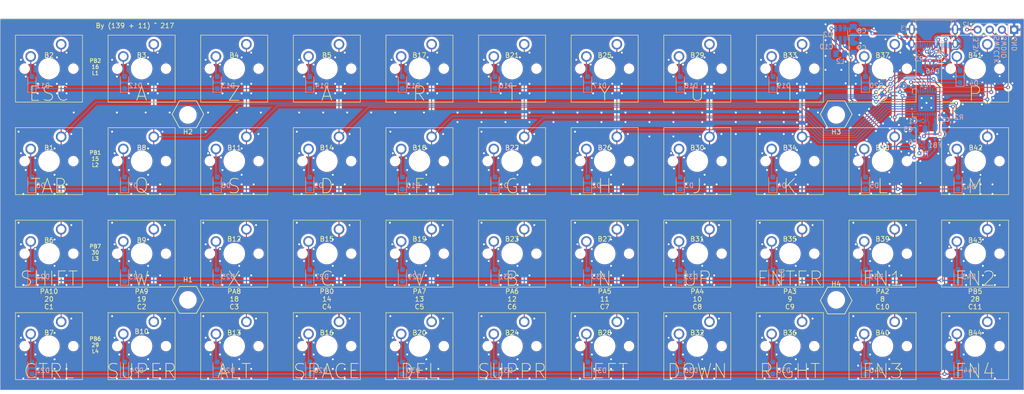
<source format=kicad_pcb>
(kicad_pcb (version 20221018) (generator pcbnew)
  (title_block (title "Keyboard Steamdeck") (date "2023-10-10") (rev "V 1.0") (company "Vincent Bénet & Vincent Legouis"))
  (layers (0 "F.Cu" signal) (1 "In1.Cu" signal) (2 "In2.Cu" signal) (31 "B.Cu" signal) (34 "B.Paste" user) (35 "F.Paste" user) (36 "B.SilkS" user "B.Silkscreen") (37 "F.SilkS" user "F.Silkscreen") (38 "B.Mask" user) (39 "F.Mask" user) (44 "Edge.Cuts" user))
  (net 0 "")
  (net 1 "C6")
  (net 2 "Net-(D1-A)")
  (net 3 "C7")
  (net 4 "Net-(D2-A)")
  (net 5 "C8")
  (net 6 "Net-(D3-A)")
  (net 7 "C9")
  (net 8 "Net-(D4-A)")
  (net 9 "C10")
  (net 10 "Net-(D5-A)")
  (net 11 "C1")
  (net 12 "Net-(D6-A)")
  (net 13 "C2")
  (net 14 "Net-(D7-A)")
  (net 15 "C3")
  (net 16 "Net-(D8-A)")
  (net 17 "C4")
  (net 18 "Net-(D9-A)")
  (net 19 "C5")
  (net 20 "Net-(D10-A)")
  (net 21 "Net-(D11-A)")
  (net 22 "Net-(D12-A)")
  (net 23 "Net-(D13-A)")
  (net 24 "Net-(D14-A)")
  (net 25 "Net-(D15-A)")
  (net 26 "Net-(D16-A)")
  (net 27 "Net-(D17-A)")
  (net 28 "Net-(D18-A)")
  (net 29 "Net-(D19-A)")
  (net 30 "Net-(D20-A)")
  (net 31 "Net-(D21-A)")
  (net 32 "Net-(D22-A)")
  (net 33 "Net-(D23-A)")
  (net 34 "Net-(D24-A)")
  (net 35 "Net-(D25-A)")
  (net 36 "Net-(D26-A)")
  (net 37 "Net-(D27-A)")
  (net 38 "Net-(D28-A)")
  (net 39 "Net-(D29-A)")
  (net 40 "Net-(D30-A)")
  (net 41 "Net-(D31-A)")
  (net 42 "Net-(D32-A)")
  (net 43 "Net-(D33-A)")
  (net 44 "Net-(D34-A)")
  (net 45 "Net-(D35-A)")
  (net 46 "Net-(D36-A)")
  (net 47 "Net-(D37-A)")
  (net 48 "Net-(D38-A)")
  (net 49 "Net-(D39-A)")
  (net 50 "Net-(D40-A)")
  (net 51 "Net-(D41-A)")
  (net 52 "Net-(D42-A)")
  (net 53 "Net-(D43-A)")
  (net 54 "Net-(D44-A)")
  (net 55 "C11")
  (net 56 "+3.3V")
  (net 57 "NRST")
  (net 58 "L1")
  (net 59 "L2")
  (net 60 "L3")
  (net 61 "L4")
  (net 62 "BOOT0")
  (net 63 "GND")
  (net 65 "D-")
  (net 66 "D+")
  (net 67 "VBUS")
  (net 68 "SWDIO")
  (net 69 "SWCLK")
  (net 70 "Net-(U2-SW)")
  (net 71 "Net-(U2-BST)")
  (net 72 "Net-(J3-CC1)")
  (net 74 "Net-(J3-CC2)")
  (net 76 "3V3N")
  (footprint "footprints:SW_Cherry_MX_1.00u_PCB" (layer "F.Cu") (at 141.986 132.08)
    (fp_text reference "B15")
    (fp_text value "MX_SW_solder - DNI")
  )
  (footprint "MountingHole:MountingHole_3.2mm_M3" (layer "F.Cu") (at 110.49 108.208)
    (fp_text reference "H2")
    (fp_text value "MountingHole")
  )
  (footprint "footprints:SW_Cherry_MX_1.00u_PCB" (layer "F.Cu") (at 238.506 151.384)
    (fp_text reference "B36")
    (fp_text value "MX_SW_solder - DNI")
  )
  (footprint "footprints:SW_Cherry_MX_1.00u_PCB" (layer "F.Cu") (at 84.074 93.472)
    (fp_text reference "B2")
    (fp_text value "MX_SW_solder - DNI")
  )
  (footprint "footprints:SW_Cherry_MX_1.00u_PCB" (layer "F.Cu") (at 257.81 151.384)
    (fp_text reference "B40")
    (fp_text value "MX_SW_solder - DNI")
  )
  (footprint "footprints:SW_Cherry_MX_1.00u_PCB" (layer "F.Cu") (at 238.506 112.776)
    (fp_text reference "B34")
    (fp_text value "MX_SW_solder - DNI")
  )
  (footprint "footprints:SW_Cherry_MX_1.00u_PCB" (layer "F.Cu") (at 103.378 132.08)
    (fp_text reference "B9")
    (fp_text value "MX_SW_solder - DNI")
  )
  (footprint "footprints:SW_Cherry_MX_1.00u_PCB" (layer "F.Cu") (at 103.378 112.776)
    (fp_text reference "B8")
    (fp_text value "MX_SW_solder - DNI")
  )
  (footprint "footprints:SW_Cherry_MX_1.00u_PCB" (layer "F.Cu") (at 161.29 112.776)
    (fp_text reference "B18")
    (fp_text value "MX_SW_solder - DNI")
  )
  (footprint "footprints:SW_Cherry_MX_1.00u_PCB" (layer "F.Cu") (at 199.898 93.472)
    (fp_text reference "B25")
    (fp_text value "MX_SW_solder - DNI")
  )
  (footprint "footprints:SW_Cherry_MX_1.00u_PCB" (layer "F.Cu") (at 257.81 132.08)
    (fp_text reference "B39")
    (fp_text value "MX_SW_solder - DNI")
  )
  (footprint "footprints:SW_Cherry_MX_1.00u_PCB" (layer "F.Cu") (at 219.202 93.472)
    (fp_text reference "B29")
    (fp_text value "MX_SW_solder - DNI")
  )
  (footprint "footprints:SW_Cherry_MX_1.00u_PCB" (layer "F.Cu") (at 141.986 93.472)
    (fp_text reference "B5")
    (fp_text value "MX_SW_solder - DNI")
  )
  (footprint "footprints:SW_Cherry_MX_1.00u_PCB" (layer "F.Cu") (at 122.682 151.384)
    (fp_text reference "B13")
    (fp_text value "MX_SW_solder - DNI")
  )
  (footprint "footprints:SW_Cherry_MX_1.00u_PCB" (layer "F.Cu") (at 199.898 132.08)
    (fp_text reference "B27")
    (fp_text value "MX_SW_solder - DNI")
  )
  (footprint "footprints:SW_Cherry_MX_1.00u_PCB" (layer "F.Cu") (at 277.114 93.472)
    (fp_text reference "B41")
    (fp_text value "MX_SW_solder - DNI")
  )
  (footprint "footprints:SW_Cherry_MX_1.00u_PCB" (layer "F.Cu") (at 199.898 112.776)
    (fp_text reference "B26")
    (fp_text value "MX_SW_solder - DNI")
  )
  (footprint "footprints:SW_Cherry_MX_1.00u_PCB" (layer "F.Cu") (at 238.506 132.08)
    (fp_text reference "B35")
    (fp_text value "MX_SW_solder - DNI")
  )
  (footprint "footprints:SW_Cherry_MX_1.00u_PCB" (layer "F.Cu") (at 219.202 112.776)
    (fp_text reference "B30")
    (fp_text value "MX_SW_solder - DNI")
  )
  (footprint "footprints:SW_Cherry_MX_1.00u_PCB" (layer "F.Cu") (at 238.506 93.472)
    (fp_text reference "B33")
    (fp_text value "MX_SW_solder - DNI")
  )
  (footprint "footprints:SW_Cherry_MX_1.00u_PCB" (layer "F.Cu") (at 180.594 132.08)
    (fp_text reference "B23")
    (fp_text value "MX_SW_solder - DNI")
  )
  (footprint "footprints:SW_Cherry_MX_1.00u_PCB" (layer "F.Cu") (at 103.378 93.472)
    (fp_text reference "B3")
    (fp_text value "MX_SW_solder - DNI")
  )
  (footprint "MountingHole:MountingHole_3.2mm_M3" (layer "F.Cu") (at 110.49 146.812)
    (fp_text reference "H1")
    (fp_text value "MountingHole")
  )
  (footprint "footprints:SW_Cherry_MX_1.00u_PCB" (layer "F.Cu") (at 122.682 132.08)
    (fp_text reference "B12")
    (fp_text value "MX_SW_solder - DNI")
  )
  (footprint "footprints:SW_Cherry_MX_1.00u_PCB" (layer "F.Cu") (at 103.378 151.384)
    (fp_text reference "B10")
    (fp_text value "MX_SW_solder - DNI")
  )
  (footprint "footprints:SW_Cherry_MX_1.00u_PCB" (layer "F.Cu") (at 161.29 93.472)
    (fp_text reference "B17")
    (fp_text value "MX_SW_solder - DNI")
  )
  (footprint "footprints:SW_Cherry_MX_1.00u_PCB" (layer "F.Cu") (at 277.114 151.384)
    (fp_text reference "B44")
    (fp_text value "MX_SW_solder - DNI")
  )
  (footprint "footprints:SW_Cherry_MX_1.00u_PCB" (layer "F.Cu") (at 141.986 151.384)
    (fp_text reference "B16")
    (fp_text value "MX_SW_solder - DNI")
  )
  (footprint "footprints:SW_Cherry_MX_1.00u_PCB" (layer "F.Cu") (at 84.074 151.384)
    (fp_text reference "B7")
    (fp_text value "MX_SW_solder - DNI")
  )
  (footprint "footprints:SW_Cherry_MX_1.00u_PCB" (layer "F.Cu") (at 199.898 151.384)
    (fp_text reference "B28")
    (fp_text value "MX_SW_solder - DNI")
  )
  (footprint "footprints:SW_Cherry_MX_1.00u_PCB" (layer "F.Cu") (at 180.594 93.472)
    (fp_text reference "B21")
    (fp_text value "MX_SW_solder - DNI")
  )
  (footprint "MountingHole:MountingHole_3.2mm_M3" (layer "F.Cu") (at 245.618 108.204)
    (fp_text reference "H3")
    (fp_text value "MountingHole")
  )
  (footprint "footprints:SW_Cherry_MX_1.00u_PCB" (layer "F.Cu") (at 84.074 132.08)
    (fp_text reference "B6")
    (fp_text value "MX_SW_solder - DNI")
  )
  (footprint "footprints:SW_Cherry_MX_1.00u_PCB" (layer "F.Cu") (at 141.986 112.776)
    (fp_text reference "B14")
    (fp_text value "MX_SW_solder - DNI")
  )
  (footprint "footprints:SW_Cherry_MX_1.00u_PCB" (layer "F.Cu") (at 257.81 112.776)
    (fp_text reference "B38")
    (fp_text value "MX_SW_solder - DNI")
  )
  (footprint "footprints:SW_Cherry_MX_1.00u_PCB" (layer "F.Cu") (at 84.074 112.776)
    (fp_text reference "B1")
    (fp_text value "MX_SW_solder - DNI")
  )
  (footprint "footprints:SW_Cherry_MX_1.00u_PCB" (layer "F.Cu") (at 161.29 151.384)
    (fp_text reference "B20")
    (fp_text value "MX_SW_solder - DNI")
  )
  (footprint "footprints:SW_Cherry_MX_1.00u_PCB" (layer "F.Cu") (at 219.202 151.384)
    (fp_text reference "B32")
    (fp_text value "MX_SW_solder - DNI")
  )
  (footprint "footprints:SW_Cherry_MX_1.00u_PCB" (layer "F.Cu") (at 122.682 112.776)
    (fp_text reference "B11")
    (fp_text value "MX_SW_solder - DNI")
  )
  (footprint "footprints:SW_Cherry_MX_1.00u_PCB" (layer "F.Cu") (at 257.81 93.472)
    (fp_text reference "B37")
    (fp_text value "MX_SW_solder - DNI")
  )
  (footprint "footprints:SW_Cherry_MX_1.00u_PCB" (layer "F.Cu") (at 122.682 93.472)
    (fp_text reference "B4")
    (fp_text value "MX_SW_solder - DNI")
  )
  (footprint "MountingHole:MountingHole_3.2mm_M3" (layer "F.Cu") (at 245.618 146.812)
    (fp_text reference "H4")
    (fp_text value "MountingHole")
  )
  (footprint "footprints:SW_Cherry_MX_1.00u_PCB" (layer "F.Cu") (at 277.114 132.08)
    (fp_text reference "B43")
    (fp_text value "MX_SW_solder - DNI")
  )
  (footprint "footprints:SW_Cherry_MX_1.00u_PCB" (layer "F.Cu") (at 180.594 112.776)
    (fp_text reference "B22")
    (fp_text value "MX_SW_solder - DNI")
  )
  (footprint "footprints:SW_Cherry_MX_1.00u_PCB" (layer "F.Cu") (at 161.29 132.08)
    (fp_text reference "B19")
    (fp_text value "MX_SW_solder - DNI")
  )
  (footprint "footprints:SW_Cherry_MX_1.00u_PCB" (layer "F.Cu") (at 277.114 112.776)
    (fp_text reference "B42")
    (fp_text value "MX_SW_solder - DNI")
  )
  (footprint "footprints:SW_Cherry_MX_1.00u_PCB" (layer "F.Cu") (at 180.594 151.384)
    (fp_text reference "B24")
    (fp_text value "MX_SW_solder - DNI")
  )
  (footprint "footprints:SW_Cherry_MX_1.00u_PCB" (layer "F.Cu") (at 219.202 132.08)
    (fp_text reference "B31")
    (fp_text value "MX_SW_solder - DNI")
  )
  (footprint "Diode_SMD:D_SOD-323_HandSoldering" (layer "B.Cu") (at 97.282 122.428 90)
    (fp_text reference "D7")
    (fp_text value "1N4148WX-TP")
  )
  (footprint "Capacitor_SMD:C_0402_1005Metric" (layer "B.Cu") (at 266.69 109.208 180)
    (fp_text reference "C2")
    (fp_text value "100nF")
  )
  (footprint "Library:USB C 2130830005" (layer "B.Cu") (at 265.89 88.423 180)
    (fp_text reference "J3")
    (fp_text value "USB_C_Receptacle_USB2.0")
  )
  (footprint "Diode_SMD:D_SOD-323_HandSoldering" (layer "B.Cu") (at 77.978 101.458 90)
    (fp_text reference "D11")
    (fp_text value "1N4148WX-TP")
  )
  (footprint "Diode_SMD:D_SOD-323_HandSoldering" (layer "B.Cu") (at 193.802 161.036 90)
    (fp_text reference "D34")
    (fp_text value "1N4148WX-TP")
  )
  (footprint "Package_TO_SOT_SMD:TSOT-23-6" (layer "B.Cu") (at 246.458 91.2705 -90)
    (fp_text reference "U2")
    (fp_text value "AP63203WU")
  )
  (footprint "Capacitor_SMD:C_0402_1005Metric" (layer "B.Cu") (at 245.92 93.958 180)
    (fp_text reference "C10")
    (fp_text value "100nF")
  )
  (footprint "Diode_SMD:D_SOD-323_HandSoldering" (layer "B.Cu") (at 155.194 122.428 90)
    (fp_text reference "D10")
    (fp_text value "1N4148WX-TP")
  )
  (footprint "Diode_SMD:D_SOD-323_HandSoldering" (layer "B.Cu") (at 174.498 141.732 90)
    (fp_text reference "D31")
    (fp_text value "1N4148WX-TP")
  )
  (footprint "Capacitor_SMD:C_0402_1005Metric" (layer "B.Cu") (at 261.19 102.208)
    (fp_text reference "C3")
    (fp_text value "100nF")
  )
  (footprint "Diode_SMD:D_SOD-323_HandSoldering" (layer "B.Cu") (at 97.282 161.036 90)
    (fp_text reference "D24")
    (fp_text value "1N4148WX-TP")
  )
  (footprint "Diode_SMD:D_SOD-323_HandSoldering" (layer "B.Cu") (at 232.41 122.428 90)
    (fp_text reference "D4")
    (fp_text value "1N4148WX-TP")
  )
  (footprint "Diode_SMD:D_SOD-323_HandSoldering" (layer "B.Cu") (at 213.106 161.036 90)
    (fp_text reference "D36")
    (fp_text value "1N4148WX-TP")
  )
  (footprint "Capacitor_SMD:C_0805_2012Metric" (layer "B.Cu") (at 267.19 110.708 180)
    (fp_text reference "C4")
    (fp_text value "10µF")
  )
  (footprint "Diode_SMD:D_SOD-323_HandSoldering" (layer "B.Cu") (at 213.106 141.732 90)
    (fp_text reference "D35")
    (fp_text value "1N4148WX-TP")
  )
  (footprint "Diode_SMD:D_SOD-323_HandSoldering" (layer "B.Cu") (at 271.018 161.036 90)
    (fp_text reference "D44")
    (fp_text value "1N4148WX-TP")
  )
  (footprint "Diode_SMD:D_SOD-323_HandSoldering" (layer "B.Cu") (at 174.498 122.428 90)
    (fp_text reference "D1")
    (fp_text value "1N4148WX-TP")
  )
  (footprint "Diode_SMD:D_SOD-323_HandSoldering" (layer "B.Cu") (at 232.41 141.732 90)
    (fp_text reference "D37")
    (fp_text value "1N4148WX-TP")
  )
  (footprint "Diode_SMD:D_SOD-323_HandSoldering" (layer "B.Cu") (at 77.978 161.036 90)
    (fp_text reference "D22")
    (fp_text value "1N4148WX-TP")
  )
  (footprint "Diode_SMD:D_SOD-323_HandSoldering" (layer "B.Cu") (at 271.018 122.428 90)
    (fp_text reference "D42")
    (fp_text value "1N4148WX-TP")
  )
  (footprint "Diode_SMD:D_SOD-323_HandSoldering" (layer "B.Cu") (at 77.978 122.428 90)
    (fp_text reference "D6")
    (fp_text value "1N4148WX-TP")
  )
  (footprint "Resistor_SMD:R_0402_1005Metric" (layer "B.Cu") (at 266.19 112.718 90)
    (fp_text reference "FB1")
    (fp_text value "FerriteBead")
  )
  (footprint "Diode_SMD:D_SOD-323_HandSoldering" (layer "B.Cu") (at 251.714 101.458 90)
    (fp_text reference "D20")
    (fp_text value "1N4148WX-TP")
  )
  (footprint "Diode_SMD:D_SOD-323_HandSoldering" (layer "B.Cu") (at 174.498 101.458 90)
    (fp_text reference "D16")
    (fp_text value "1N4148WX-TP")
  )
  (footprint "Diode_SMD:D_SOD-323_HandSoldering" (layer "B.Cu") (at 135.89 122.428 90)
    (fp_text reference "D9")
    (fp_text value "1N4148WX-TP")
  )
  (footprint "Diode_SMD:D_SOD-323_HandSoldering" (layer "B.Cu") (at 251.714 161.036 90)
    (fp_text reference "D40")
    (fp_text value "1N4148WX-TP")
  )
  (footprint "Diode_SMD:D_SOD-323_HandSoldering" (layer "B.Cu") (at 271.44 100.208 90)
    (fp_text reference "D41")
    (fp_text value "1N4148WX-TP")
  )
  (footprint "Diode_SMD:D_SOD-323_HandSoldering" (layer "B.Cu") (at 232.44 101.458 90)
    (fp_text reference "D19")
    (fp_text value "1N4148WX-TP")
  )
  (footprint "Diode_SMD:D_SOD-323_HandSoldering" (layer "B.Cu") (at 155.194 161.036 90)
    (fp_text reference "D30")
    (fp_text value "1N4148WX-TP")
  )
  (footprint "Diode_SMD:D_SOD-323_HandSoldering" (layer "B.Cu") (at 155.194 141.732 90)
    (fp_text reference "D29")
    (fp_text value "1N4148WX-TP")
  )
  (footprint "Diode_SMD:D_SOD-323_HandSoldering" (layer "B.Cu") (at 251.714 122.428 90)
    (fp_text reference "D5")
    (fp_text value "1N4148WX-TP")
  )
  (footprint "Diode_SMD:D_SOD-323_HandSoldering" (layer "B.Cu") (at 213.106 122.428 90)
    (fp_text reference "D3")
    (fp_text value "1N4148WX-TP")
  )
  (footprint "Diode_SMD:D_SOD-323_HandSoldering" (layer "B.Cu") (at 174.498 161.036 90)
    (fp_text reference "D32")
    (fp_text value "1N4148WX-TP")
  )
  (footprint "Diode_SMD:D_SOD-323_HandSoldering" (layer "B.Cu") (at 271.018 141.732 90)
    (fp_text reference "D43")
    (fp_text value "1N4148WX-TP")
  )
  (footprint "Diode_SMD:D_SOD-323_HandSoldering" (layer "B.Cu") (at 193.802 101.458 90)
    (fp_text reference "D17")
    (fp_text value "1N4148WX-TP")
  )
  (footprint "Connector_PinHeader_2.54mm:PinHeader_1x04_P2.54mm_Vertical" (layer "B.Cu") (at 282.702 90.424 90)
    (fp_text reference "J2")
    (fp_text value "STLINKV2 - DNI")
  )
  (footprint "Diode_SMD:D_SOD-323_HandSoldering" (layer "B.Cu") (at 116.586 101.458 90)
    (fp_text reference "D13")
    (fp_text value "1N4148WX-TP")
  )
  (footprint "Diode_SMD:D_SOD-323_HandSoldering" (layer "B.Cu") (at 116.586 161.036 90)
    (fp_text reference "D26")
    (fp_text value "1N4148WX-TP")
  )
  (footprint "Diode_SMD:D_SOD-323_HandSoldering" (layer "B.Cu") (at 116.586 122.428 90)
    (fp_text reference "D8")
    (fp_text value "1N4148WX-TP")
  )
  (footprint "Resistor_SMD:R_0805_2012Metric" (layer "B.Cu") (at 246.44 95.458)
    (fp_text reference "L2")
    (fp_text value "3µH3")
  )
  (footprint "Diode_SMD:D_SOD-323_HandSoldering" (layer "B.Cu") (at 97.282 141.732 90)
    (fp_text reference "D23")
    (fp_text value "1N4148WX-TP")
  )
  (footprint "Resistor_SMD:R_0402_1005Metric" (layer "B.Cu") (at 268.69 96.198 90)
    (fp_text reference "R6")
    (fp_text value "5K1")
  )
  (footprint "Capacitor_SMD:C_0805_2012Metric" (layer "B.Cu") (at 263.19 111.208)
    (fp_text reference "C5")
    (fp_text value "10µF")
  )
  (footprint "Diode_SMD:D_SOD-323_HandSoldering" (layer "B.Cu") (at 135.89 141.732 90)
    (fp_text reference "D27")
    (fp_text value "1N4148WX-TP")
  )
  (footprint "Diode_SMD:D_SOD-323_HandSoldering" (layer "B.Cu") (at 193.802 141.732 90)
    (fp_text reference "D33")
    (fp_text value "1N4148WX-TP")
  )
  (footprint "Resistor_SMD:R_0402_1005Metric" (layer "B.Cu") (at 262.888 95.25)
    (fp_text reference "R3")
    (fp_text value "5K1")
  )
  (footprint "Resistor_SMD:R_0402_1005Metric" (layer "B.Cu") (at 269.69 108.718 90)
    (fp_text reference "R2")
    (fp_text value "10k")
  )
  (footprint "Diode_SMD:D_SOD-323_HandSoldering" (layer "B.Cu") (at 77.978 141.732 90)
    (fp_text reference "D21")
    (fp_text value "1N4148WX-TP")
  )
  (footprint "Capacitor_SMD:C_0805_2012Metric" (layer "B.Cu") (at 249.19 94.158 90)
    (fp_text reference "C9")
    (fp_text value "10µF")
  )
  (footprint "Diode_SMD:D_SOD-323_HandSoldering" (layer "B.Cu") (at 155.194 101.458 90)
    (fp_text reference "D15")
    (fp_text value "1N4148WX-TP")
  )
  (footprint "Resistor_SMD:R_0402_1005Metric" (layer "B.Cu") (at 263.44 115.208 180)
    (fp_text reference "R1")
    (fp_text value "10k")
  )
  (footprint "Capacitor_SMD:C_0402_1005Metric" (layer "B.Cu") (at 263.69 109.458)
    (fp_text reference "C1")
    (fp_text value "100nF")
  )
  (footprint "Capacitor_SMD:C_0805_2012Metric" (layer "B.Cu") (at 249.19 90.658 -90)
    (fp_text reference "C8")
    (fp_text value "10µF")
  )
  (footprint "Diode_SMD:D_SOD-323_HandSoldering" (layer "B.Cu") (at 193.802 122.428 90)
    (fp_text reference "D2")
    (fp_text value "1N4148WX-TP")
  )
  (footprint "Diode_SMD:D_SOD-323_HandSoldering" (layer "B.Cu") (at 97.282 101.458 90)
    (fp_text reference "D12")
    (fp_text value "1N4148WX-TP")
  )
  (footprint "Diode_SMD:D_SOD-323_HandSoldering" (layer "B.Cu") (at 116.586 141.732 90)
    (fp_text reference "D25")
    (fp_text value "1N4148WX-TP")
  )
  (footprint "Diode_SMD:D_SOD-323_HandSoldering" (layer "B.Cu") (at 232.41 161.036 90)
    (fp_text reference "D38")
    (fp_text value "1N4148WX-TP")
  )
  (footprint "Diode_SMD:D_SOD-323_HandSoldering" (layer "B.Cu") (at 135.89 161.036 90)
    (fp_text reference "D28")
    (fp_text value "1N4148WX-TP")
  )
  (footprint "Capacitor_SMD:C_0402_1005Metric" (layer "B.Cu") (at 263.44 113.958)
    (fp_text reference "C6")
    (fp_text value "100nF")
  )
  (footprint "Package_TO_SOT_SMD:SOT-353_SC-70-5" (layer "B.Cu") (at 265.796 96.84 -90)
    (fp_text reference "D46")
    (fp_text value "TVS USB")
  )
  (footprint "Diode_SMD:D_SOD-323_HandSoldering" (layer "B.Cu") (at 251.714 141.732 90)
    (fp_text reference "D39")
    (fp_text value "1N4148WX-TP")
  )
  (footprint "Diode_SMD:D_SOD-323_HandSoldering" (layer "B.Cu") (at 135.89 101.458 90)
    (fp_text reference "D14")
    (fp_text value "1N4148WX-TP")
  )
  (footprint "Diode_SMD:D_SOD-323_HandSoldering" (layer "B.Cu") (at 213.106 101.458 90)
    (fp_text reference "D18")
    (fp_text value "1N4148WX-TP")
  )
  (footprint "footprints:UFQFPN32-5x5mm" (layer "B.Cu") (at 264.439685 105.708 90)
    (fp_text reference "IC1")
    (fp_text value "STM32L052K8U6TR")
  )
  (gr_line (start 112.268 105.283) (end 113.792 108.077) (stroke (width 0.15)) (layer "F.SilkS"))
  (gr_line (start 112.268 144.018) (end 113.792 146.812) (stroke (width 0.15)) (layer "F.SilkS"))
  (gr_line (start 248.92 146.939) (end 247.396 149.733) (stroke (width 0.15)) (layer "F.SilkS"))
  (gr_line (start 248.92 108.077) (end 247.396 110.871) (stroke (width 0.15)) (layer "F.SilkS"))
  (gr_line (start 247.396 110.871) (end 243.84 110.871) (stroke (width 0.15)) (layer "F.SilkS"))
  (gr_line (start 247.396 105.283) (end 243.84 105.283) (stroke (width 0.15)) (layer "F.SilkS"))
  (gr_line (start 243.84 149.733) (end 242.316 146.939) (stroke (width 0.15)) (layer "F.SilkS"))
  (gr_line (start 112.268 105.283) (end 108.712 105.283) (stroke (width 0.15)) (layer "F.SilkS"))
  (gr_line (start 108.712 110.871) (end 107.188 108.077) (stroke (width 0.15)) (layer "F.SilkS"))
  (gr_line (start 107.188 108.077) (end 108.712 105.283) (stroke (width 0.15)) (layer "F.SilkS"))
  (gr_line (start 113.792 146.812) (end 112.268 149.606) (stroke (width 0.15)) (layer "F.SilkS"))
  (gr_line (start 108.712 149.606) (end 107.188 146.812) (stroke (width 0.15)) (layer "F.SilkS"))
  (gr_line (start 242.316 108.077) (end 243.84 105.283) (stroke (width 0.15)) (layer "F.SilkS"))
  (gr_line (start 247.396 149.733) (end 243.84 149.733) (stroke (width 0.15)) (layer "F.SilkS"))
  (gr_line (start 112.268 144.018) (end 108.712 144.018) (stroke (width 0.15)) (layer "F.SilkS"))
  (gr_line (start 107.188 146.812) (end 108.712 144.018) (stroke (width 0.15)) (layer "F.SilkS"))
  (gr_line (start 247.396 144.145) (end 248.92 146.939) (stroke (width 0.15)) (layer "F.SilkS"))
  (gr_line (start 112.268 149.606) (end 108.712 149.606) (stroke (width 0.15)) (layer "F.SilkS"))
  (gr_line (start 247.396 105.283) (end 248.92 108.077) (stroke (width 0.15)) (layer "F.SilkS"))
  (gr_line (start 113.792 108.077) (end 112.268 110.871) (stroke (width 0.15)) (layer "F.SilkS"))
  (gr_line (start 243.84 110.871) (end 242.316 108.077) (stroke (width 0.15)) (layer "F.SilkS"))
  (gr_line (start 242.316 146.939) (end 243.84 144.145) (stroke (width 0.15)) (layer "F.SilkS"))
  (gr_line (start 112.268 110.871) (end 108.712 110.871) (stroke (width 0.15)) (layer "F.SilkS"))
  (gr_line (start 247.396 144.145) (end 243.84 144.145) (stroke (width 0.15)) (layer "F.SilkS"))
  (gr_line (start 284.734 165.608) (end 71.374 165.608) (stroke (width 0.1)) (layer "Edge.Cuts"))
  (gr_line (start 284.734 165.608) (end 284.734 88.138) (stroke (width 0.1)) (layer "Edge.Cuts"))
  (gr_line (start 71.374 88.138) (end 71.374 165.608) (stroke (width 0.1)) (layer "Edge.Cuts"))
  (gr_line (start 71.374 88.138) (end 284.734 88.138) (stroke (width 0.1)) (layer "Edge.Cuts"))
  (gr_text "SWDIO" (at 281.178 91.694 90) (layer "B.SilkS") (effects (font (size 1 1)) (justify left bottom mirror)))
  (gr_text "3.3V" (at 275.336 91.948 90) (layer "B.SilkS") (effects (font (size 1 1)) (justify left bottom mirror)))
  (gr_text "SWLCLK" (at 279.654 91.694 90) (layer "B.SilkS") (effects (font (size 1 1)) (justify left bottom mirror)))
  (gr_text "GND" (at 283.367 91.754 90) (layer "B.SilkS") (effects (font (size 1 1)) (justify left bottom mirror)))
  (gr_text "H" (at 197.358 124.841) (layer "F.SilkS") (effects (font (size 3 3)) (justify bottom)))
  (gr_text "R" (at 158.75 105.537) (layer "F.SilkS") (effects (font (size 3 3)) (justify bottom)))
  (gr_text "SUPPR" (at 178.054 163.449) (layer "F.SilkS") (effects (font (size 3 2.9)) (justify bottom)))
  (gr_text "S" (at 120.142 124.841) (layer "F.SilkS") (effects (font (size 3 3)) (justify bottom)))
  (gr_text "SPACE" (at 139.446 163.449) (layer "F.SilkS") (effects (font (size 3 3)) (justify bottom)))
  (gr_text "DEL" (at 158.75 163.449) (layer "F.SilkS") (effects (font (size 3 3)) (justify bottom)))
  (gr_text "PA6\n12\nC6" (at 178.054 148.844) (layer "F.SilkS") (effects (font (size 1 1)) (justify bottom)))
  (gr_text "P" (at 274.574 105.537) (layer "F.SilkS") (effects (font (size 3 3)) (justify bottom)))
  (gr_text "A" (at 139.446 105.537) (layer "F.SilkS") (effects (font (size 3 3)) (justify bottom)))
  (gr_text "DOWN" (at 216.662 163.449) (layer "F.SilkS") (effects (font (size 3 3)) (justify bottom)))
  (gr_text "FN2" (at 274.574 144.145) (layer "F.SilkS") (effects (font (size 3 3)) (justify bottom)))
  (gr_text "B" (at 178.054 144.145) (layer "F.SilkS") (effects (font (size 3 3)) (justify bottom)))
  (gr_text "I" (at 235.966 105.537) (layer "F.SilkS") (effects (font (size 3 3)) (justify bottom)))
  (gr_text "D" (at 139.446 124.841) (layer "F.SilkS") (effects (font (size 3 3)) (justify bottom)))
  (gr_text "UP" (at 216.662 144.145) (layer "F.SilkS") (effects (font (size 3 3)) (justify bottom)))
  (gr_text "Y" (at 197.358 105.537) (layer "F.SilkS") (effects (font (size 3 3)) (justify bottom)))
  (gr_text "V" (at 158.75 144.145) (layer "F.SilkS") (effects (font (size 3 3)) (justify bottom)))
  (gr_text "N" (at 197.358 144.145) (layer "F.SilkS") (effects (font (size 3 3)) (justify bottom)))
  (gr_text "L" (at 255.27 124.841) (layer "F.SilkS") (effects (font (size 3 3)) (justify bottom)))
  (gr_text "PA8\n18\nC3" (at 120.142 148.844) (layer "F.SilkS") (effects (font (size 1 1)) (justify bottom)))
  (gr_text "RIGHT" (at 235.966 163.449) (layer "F.SilkS") (effects (font (size 3 3)) (justify bottom)))
  (gr_text "FN1" (at 255.27 144.145) (layer "F.SilkS") (effects (font (size 3 3)) (justify bottom)))
  (gr_text "PB7\n30\nL3" (at 91.186 138.684) (layer "F.SilkS") (effects (font (size 0.8 0.8) (thickness 0.15) bold) (justify bottom)))
  (gr_text "ALT" (at 120.142 163.449) (layer "F.SilkS") (effects (font (size 3 3)) (justify bottom)))
  (gr_text "CTRL" (at 81.534 163.449) (layer "F.SilkS") (effects (font (size 3 3)) (justify bottom)))
  (gr_text "ESC" (at 81.534 105.537) (layer "F.SilkS") (effects (font (size 3 3)) (justify bottom)))
  (gr_text "Q" (at 100.838 124.714) (layer "F.SilkS") (effects (font (size 3 3)) (justify bottom)))
  (gr_text "PB1\n15\nL2" (at 91.186 119.126) (layer "F.SilkS") (effects (font (size 0.8 0.8) (thickness 0.15) bold) (justify bottom)))
  (gr_text "LEFT" (at 197.358 163.449) (layer "F.SilkS") (effects (font (size 3 3)) (justify bottom)))
  (gr_text "PA2\n8\nC10" (at 255.27 148.844) (layer "F.SilkS") (effects (font (size 1 1)) (justify bottom)))
  (gr_text "A" (at 100.838 105.537) (layer "F.SilkS") (effects (font (size 3 3)) (justify bottom)))
  (gr_text "SUPER" (at 100.838 163.449) (layer "F.SilkS") (effects (font (size 3 3)) (justify bottom)))
  (gr_text "U" (at 216.662 105.537) (layer "F.SilkS") (effects (font (size 3 3)) (justify bottom)))
  (gr_text "PA7\n13\nC5" (at 158.75 148.844) (layer "F.SilkS") (effects (font (size 1 1)) (justify bottom)))
  (gr_text "PA4\n10\nC8" (at 216.662 148.844) (layer "F.SilkS") (effects (font (size 1 1)) (justify bottom)))
  (gr_text "X" (at 120.142 144.145) (layer "F.SilkS") (effects (font (size 3 3)) (justify bottom)))
  (gr_text "PB0\n14\nC4" (at 139.446 148.844) (layer "F.SilkS") (effects (font (size 1 1)) (justify bottom)))
  (gr_text "J" (at 216.662 124.841) (layer "F.SilkS") (effects (font (size 3 3)) (justify bottom)))
  (gr_text "PB5\n28\nC11" (at 274.574 148.844) (layer "F.SilkS") (effects (font (size 1 1)) (justify bottom)))
  (gr_text "T" (at 178.054 105.537) (layer "F.SilkS") (effects (font (size 3 3)) (justify bottom)))
  (gr_text "By (139 + 11) ^ 217" (at 91.186 90.17) (layer "F.SilkS") (effects (font (size 1 1)) (justify left bottom)))
  (gr_text "W" (at 100.838 144.145) (layer "F.SilkS") (effects (font (size 3 3)) (justify bottom)))
  (gr_text "FN4" (at 274.574 163.449) (layer "F.SilkS") (effects (font (size 3 3)) (justify bottom)))
  (gr_text "SHIFT" (at 81.534 144.145) (layer "F.SilkS") (effects (font (size 3 3)) (justify bottom)))
  (gr_text "PA9\n19\nC2" (at 100.838 148.844) (layer "F.SilkS") (effects (font (size 1 1)) (justify bottom)))
  (gr_text "PA10\n20\nC1" (at 81.534 148.844) (layer "F.SilkS") (effects (font (size 1 1)) (justify bottom)))
  (gr_text "PA5\n11\nC7" (at 197.358 148.844) (layer "F.SilkS") (effects (font (size 1 1)) (justify bottom)))
  (gr_text "PB6\n29\nL4" (at 91.186 157.988) (layer "F.SilkS") (effects (font (size 0.8 0.8) (thickness 0.15) bold) (justify bottom)))
  (gr_text "TAB" (at 81.534 124.841) (layer "F.SilkS") (effects (font (size 3 3)) (justify bottom)))
  (gr_text "M" (at 274.574 124.841) (layer "F.SilkS") (effects (font (size 3 3)) (justify bottom)))
  (gr_text "C" (at 139.446 144.145) (layer "F.SilkS") (effects (font (size 3 3)) (justify bottom)))
  (gr_text "O" (at 255.27 105.537) (layer "F.SilkS") (effects (font (size 3 3)) (justify bottom)))
  (gr_text "Z" (at 120.142 105.537) (layer "F.SilkS") (effects (font (size 3 3)) (justify bottom)))
  (gr_text "PB2\n16\nL1" (at 91.186 99.949) (layer "F.SilkS") (effects (font (size 0.8 0.8) (thickness 0.15) bold) (justify bottom)))
  (gr_text "G" (at 178.054 124.841) (layer "F.SilkS") (effects (font (size 3 3)) (justify bottom)))
  (gr_text "K" (at 235.966 124.841) (layer "F.SilkS") (effects (font (size 3 3)) (justify bottom)))
  (gr_text "F" (at 158.75 124.841) (layer "F.SilkS") (effects (font (size 3 3)) (justify bottom)))
  (gr_text "FN3" (at 255.27 163.449) (layer "F.SilkS") (effects (font (size 3 3)) (justify bottom)))
  (gr_text "PA3\n9\nC9" (at 235.966 148.844) (layer "F.SilkS") (effects (font (size 1 1)) (justify bottom)))
  (gr_text "ENTER" (at 235.966 144.145) (layer "F.SilkS") (effects (font (size 3 3)) (justify bottom)))
  (segment (start 180.594 132.08) (end 180.594 151.384) (width 0.2) (layer "F.Cu") (net 1))
  (segment (start 180.594 112.776) (end 180.594 132.08) (width 0.2) (layer "F.Cu") (net 1))
  (segment (start 180.594 93.472) (end 180.594 112.776) (width 0.2) (layer "F.Cu") (net 1))
  (segment (start 239.11 108.808) (end 242.76 112.458) (width 0.2) (layer "B.Cu") (net 1))
  (segment (start 180.594 112.776) (end 184.562 108.808) (width 0.2) (layer "B.Cu") (net 1))
  (segment (start 184.562 108.808) (end 239.11 108.808) (width 0.2) (layer "B.Cu") (net 1))
  (segment (start 249.44 112.458) (end 255.939937 105.958063) (width 0.2) (layer "B.Cu") (net 1))
  (segment (start 255.939937 105.958063) (end 262.089685 105.958063) (width 0.2) (layer "B.Cu") (net 1))
  (segment (start 242.76 112.458) (end 249.44 112.458) (width 0.2) (layer "B.Cu") (net 1))
  (segment (start 174.244 115.316) (end 174.244 120.924) (width 0.25) (layer "B.Cu") (net 2))
  (segment (start 174.244 120.924) (end 174.498 121.178) (width 0.25) (layer "B.Cu") (net 2))
  (segment (start 199.898 112.776) (end 199.898 93.472) (width 0.2) (layer "F.Cu") (net 3))
  (segment (start 199.898 132.08) (end 199.898 112.776) (width 0.2) (layer "F.Cu") (net 3))
  (segment (start 199.898 151.384) (end 199.898 132.08) (width 0.2) (layer "F.Cu") (net 3))
  (segment (start 220.625026 110.858) (end 240.398 110.858) (width 0.2) (layer "B.Cu") (net 3))
  (segment (start 199.898 112.776) (end 201.366 111.308) (width 0.2) (layer "B.Cu") (net 3))
  (segment (start 201.366 111.308) (end 220.175026 111.308) (width 0.2) (layer "B.Cu") (net 3))
  (segment (start 256.189811 106.458189) (end 262.089685 106.458189) (width 0.2) (layer "B.Cu") (net 3))
  (segment (start 249.731 112.917) (end 256.189811 106.458189) (width 0.2) (layer "B.Cu") (net 3))
  (segment (start 240.398 110.858) (end 242.457 112.917) (width 0.2) (layer "B.Cu") (net 3))
  (segment (start 242.457 112.917) (end 249.731 112.917) (width 0.2) (layer "B.Cu") (net 3))
  (segment (start 220.175026 111.308) (end 220.625026 110.858) (width 0.2) (layer "B.Cu") (net 3))
  (segment (start 193.548 115.316) (end 193.548 120.924) (width 0.25) (layer "B.Cu") (net 4))
  (segment (start 193.548 120.924) (end 193.802 121.178) (width 0.25) (layer "B.Cu") (net 4))
  (segment (start 219.202 151.384) (end 219.202 110.0195) (width 0.25) (layer "F.Cu") (net 5))
  (segment (start 219.202 110.0195) (end 219.202 93.472) (width 0.25) (layer "F.Cu") (net 5))
  (segment (start 239.986 111.208) (end 242.236 113.458) (width 0.2) (layer "B.Cu") (net 5))
  (segment (start 249.893974 113.458) (end 256.393659 106.958315) (width 0.2) (layer "B.Cu") (net 5))
  (segment (start 219.202 112.776) (end 220.77 111.208) (width 0.2) (layer "B.Cu") (net 5))
  (segment (start 242.236 113.458) (end 249.893974 113.458) (width 0.2) (layer "B.Cu") (net 5))
  (segment (start 220.77 111.208) (end 239.986 111.208) (width 0.2) (layer "B.Cu") (net 5))
  (segment (start 256.393659 106.958315) (end 262.089685 106.958315) (width 0.2) (layer "B.Cu") (net 5))
  (segment (start 212.852 115.316) (end 212.852 120.924) (width 0.25) (layer "B.Cu") (net 6))
  (segment (start 212.852 120.924) (end 213.106 121.178) (width 0.25) (layer "B.Cu") (net 6))
  (segment (start 238.506 93.472) (end 238.506 110.744) (width 0.25) (layer "F.Cu") (net 7))
  (segment (start 238.506 110.744) (end 238.506 151.384) (width 0.25) (layer "F.Cu") (net 7))
  (segment (start 250.19 113.958) (end 241.974 113.958) (width 0.2) (layer "B.Cu") (net 7))
  (segment (start 241.974 113.958) (end 240.792 112.776) (width 0.2) (layer "B.Cu") (net 7))
  (segment (start 256.689559 107.458441) (end 250.19 113.958) (width 0.2) (layer "B.Cu") (net 7))
  (segment (start 262.089685 107.458441) (end 256.689559 107.458441) (width 0.2) (layer "B.Cu") (net 7))
  (segment (start 240.792 112.776) (end 238.506 112.776) (width 0.2) (layer "B.Cu") (net 7))
  (segment (start 232.156 120.924) (end 232.41 121.178) (width 0.25) (layer "B.Cu") (net 8))
  (segment (start 232.156 115.316) (end 232.156 120.924) (width 0.25) (layer "B.Cu") (net 8))
  (segment (start 257.81 110.744) (end 257.81 108.708) (width 0.25) (layer "F.Cu") (net 9))
  (segment (start 257.81 108.708) (end 257.81 93.472) (width 0.25) (layer "F.Cu") (net 9))
  (segment (start 257.81 151.384) (end 257.81 110.744) (width 0.25) (layer "F.Cu") (net 9))
  (via (at 257.81 108.708) (size 0.8) (drill 0.4) (layers "F.Cu" "B.Cu") (net 9))
  (segment (start 262.689244 108.058) (end 258.46 108.058) (width 0.2) (layer "B.Cu") (net 9))
  (segment (start 258.46 108.058) (end 257.81 108.708) (width 0.2) (layer "B.Cu") (net 9))
  (segment (start 251.46 120.924) (end 251.714 121.178) (width 0.25) (layer "B.Cu") (net 10))
  (segment (start 251.46 115.316) (end 251.46 120.924) (width 0.25) (layer "B.Cu") (net 10))
  (segment (start 253.94 103.458) (end 256.69 100.708) (width 0.2) (layer "F.Cu") (net 11))
  (segment (start 84.074 93.472) (end 84.074 112.776) (width 0.2) (layer "F.Cu") (net 11))
  (segment (start 84.074 132.08) (end 84.074 151.384) (width 0.2) (layer "F.Cu") (net 11))
  (segment (start 84.074 112.776) (end 84.074 132.08) (width 0.2) (layer "F.Cu") (net 11))
  (segment (start 256.69 100.708) (end 256.94 100.708) (width 0.2) (layer "F.Cu") (net 11))
  (via (at 256.94 100.708) (size 0.8) (drill 0.4) (layers "F.Cu" "B.Cu") (net 11))
  (via (at 253.94 103.458) (size 0.8) (drill 0.4) (layers "F.Cu" "B.Cu") (net 11))
  (segment (start 91.296 105.554) (end 84.074 112.776) (width 0.2) (layer "B.Cu") (net 11))
  (segment (start 256.94 100.708) (end 257.69 99.958) (width 0.2) (layer "B.Cu") (net 11))
  (segment (start 253.360513 104.037487) (end 243.460565 104.037487) (width 0.2) (layer "B.Cu") (net 11))
  (segment (start 264.189622 101.457622) (end 264.189622 103.358) (width 0.2) (layer "B.Cu") (net 11))
  (segment (start 241.944052 105.554) (end 91.296 105.554) (width 0.2) (layer "B.Cu") (net 11))
  (segment (start 243.460565 104.037487) (end 241.944052 105.554) (width 0.2) (layer "B.Cu") (net 11))
  (segment (start 257.69 99.958) (end 262.69 99.958) (width 0.2) (layer "B.Cu") (net 11))
  (segment (start 262.69 99.958) (end 264.189622 101.457622) (width 0.2) (layer "B.Cu") (net 11))
  (segment (start 253.94 103.458) (end 253.360513 104.037487) (width 0.2) (layer "B.Cu") (net 11))
  (segment (start 77.724 120.924) (end 77.978 121.178) (width 0.25) (layer "B.Cu") (net 12))
  (segment (start 77.724 115.316) (end 77.724 120.924) (width 0.25) (layer "B.Cu") (net 12))
  (segment (start 254.099386 104.508497) (end 256.899883 101.708) (width 0.2) (layer "F.Cu") (net 13))
  (segment (start 103.378 132.08) (end 103.378 151.384) (width 0.2) (layer "F.Cu") (net 13))
  (segment (start 256.899883 101.708) (end 256.94 101.708) (width 0.2) (layer "F.Cu") (net 13))
  (segment (start 103.378 112.776) (end 103.378 93.472) (width 0.2) (layer "F.Cu") (net 13))
  (segment (start 103.378 112.776) (end 103.378 132.08) (width 0.2) (layer "F.Cu") (net 13))
  (segment (start 253.94 104.508497) (end 254.099386 104.508497) (width 0.2) (layer "F.Cu") (net 13))
  (via (at 253.94 104.508497) (size 0.8) (drill 0.4) (layers "F.Cu" "B.Cu") (net 13))
  (via (at 256.94 101.708) (size 0.8) (drill 0.4) (layers "F.Cu" "B.Cu") (net 13))
  (segment (start 263.689496 101.707496) (end 263.689496 103.358) (width 0.2) (layer "B.Cu") (net 13))
  (segment (start 262.29 100.308) (end 263.689496 101.707496) (width 0.2) (layer "B.Cu") (net 13))
  (segment (start 256.94 101.708) (end 258.34 100.308) (width 0.2) (layer "B.Cu") (net 13))
  (segment (start 243.605539 104.387487) (end 242.089026 105.904) (width 0.2) (layer "B.Cu") (net 13))
  (segment (start 253.81899 104.387487) (end 243.605539 104.387487) (width 0.2) (layer "B.Cu") (net 13))
  (segment (start 114.122 112.776) (end 103.378 112.776) (width 0.2) (layer "B.Cu") (net 13))
  (segment (start 258.34 100.308) (end 262.29 100.308) (width 0.2) (layer "B.Cu") (net 13))
  (segment (start 242.089026 105.904) (end 120.994 105.904) (width 0.2) (layer "B.Cu") (net 13))
  (segment (start 253.94 104.508497) (end 253.81899 104.387487) (width 0.2) (layer "B.Cu") (net 13))
  (segment (start 120.994 105.904) (end 114.122 112.776) (width 0.2) (layer "B.Cu") (net 13))
  (segment (start 97.028 115.316) (end 97.028 120.924) (width 0.25) (layer "B.Cu") (net 14))
  (segment (start 97.028 120.924) (end 97.282 121.178) (width 0.25) (layer "B.Cu") (net 14))
  (segment (start 122.682 112.776) (end 122.682 132.08) (width 0.2) (layer "F.Cu") (net 15))
  (segment (start 256.94 102.708) (end 254.19 105.458) (width 0.2) (layer "F.Cu") (net 15))
  (segment (start 122.682 132.08) (end 122.682 151.384) (width 0.2) (layer "F.Cu") (net 15))
  (segment (start 122.682 112.776) (end 122.682 93.472) (width 0.2) (layer "F.Cu") (net 15))
  (segment (start 254.19 105.458) (end 253.94 105.458) (width 0.2) (layer "F.Cu") (net 15))
  (via (at 256.94 102.708) (size 0.8) (drill 0.4) (layers "F.Cu" "B.Cu") (net 15))
  (via (at 253.94 105.458) (size 0.8) (drill 0.4) (layers "F.Cu" "B.Cu") (net 15))
  (segment (start 253.8305 105.458) (end 253.109987 104.737487) (width 0.2) (layer "B.Cu") (net 15))
  (segment (start 253.109987 104.737487) (end 243.750513 104.737487) (width 0.2) (layer "B.Cu") (net 15))
  (segment (start 253.94 105.458) (end 253.8305 105.458) (width 0.2) (layer "B.Cu") (net 15))
  (segment (start 129.204 106.254) (end 122.682 112.776) (width 0.2) (layer "B.Cu") (net 15))
  (segment (start 243.750513 104.737487) (end 242.234 106.254) (width 0.2) (layer "B.Cu") (net 15))
  (segment (start 261.801544 100.708) (end 263.18937 102.095826) (width 0.2) (layer "B.Cu") (net 15))
  (segment (start 258.94 100.708) (end 261.801544 100.708) (width 0.2) (layer "B.Cu") (net 15))
  (segment (start 263.18937 102.095826) (end 263.18937 103.358) (width 0.2) (layer "B.Cu") (net 15))
  (segment (start 256.94 102.708) (end 258.94 100.708) (width 0.2) (layer "B.Cu") (net 15))
  (segment (start 242.234 106.254) (end 129.204 106.254) (width 0.2) (layer "B.Cu") (net 15))
  (segment (start 116.332 115.316) (end 116.332 120.924) (width 0.25) (layer "B.Cu") (net 16))
  (segment (start 116.332 120.924) (end 116.586 121.178) (width 0.25) (layer "B.Cu") (net 16))
  (segment (start 141.986 132.08) (end 141.986 151.384) (width 0.3) (layer "F.Cu") (net 17))
  (segment (start 141.986 112.776) (end 141.986 132.08) (width 0.2) (layer "F.Cu") (net 17))
  (segment (start 141.986 112.776) (end 141.986 93.472) (width 0.2) (layer "F.Cu") (net 17))
  (segment (start 248.892 111.506) (end 255.44 104.958) (width 0.2) (layer "B.Cu") (net 17))
  (segment (start 238.43 106.604) (end 243.332 111.506) (width 0.2) (layer "B.Cu") (net 17))
  (segment (start 243.332 111.506) (end 248.892 111.506) (width 0.2) (layer "B.Cu") (net 17))
  (segment (start 148.158 106.604) (end 238.43 106.604) (width 0.2) (layer "B.Cu") (net 17))
  (segment (start 141.986 112.776) (end 148.158 106.604) (width 0.2) (layer "B.Cu") (net 17))
  (segment (start 255.44 104.958) (end 262.089496 104.958) (width 0.2) (layer "B.Cu") (net 17))
  (segment (start 262.089496 104.958) (end 262.089685 104.957811) (width 0.2) (layer "B.Cu") (net 17))
  (segment (start 135.636 115.316) (end 135.636 120.924) (width 0.25) (layer "B.Cu") (net 18))
  (segment (start 135.636 120.924) (end 135.89 121.178) (width 0.25) (layer "B.Cu") (net 18))
  (segment (start 161.29 112.776) (end 161.29 132.08) (width 0.2) (layer "F.Cu") (net 19))
  (segment (start 161.29 151.384) (end 161.29 132.08) (width 0.2) (layer "F.Cu") (net 19))
  (segment (start 161.29 112.776) (end 161.29 93.472) (width 0.2) (layer "F.Cu") (net 19))
  (segment (start 249.134 112.014) (end 255.690063 105.457937) (width 0.2) (layer "B.Cu") (net 19))
  (segment (start 165.608 108.458) (end 239.522 108.458) (width 0.2) (layer "B.Cu") (net 19))
  (segment (start 161.29 112.776) (end 165.608 108.458) (width 0.2) (layer "B.Cu") (net 19))
  (segment (start 243.078 112.014) (end 249.134 112.014) (width 0.2) (layer "B.Cu") (net 19))
  (segment (start 255.690063 105.457937) (end 262.089685 105.457937) (width 0.2) (layer "B.Cu") (net 19))
  (segment (start 239.522 108.458) (end 243.078 112.014) (width 0.2) (layer "B.Cu") (net 19))
  (segment (start 154.94 120.924) (end 155.194 121.178) (width 0.25) (layer "B.Cu") (net 20))
  (segment (start 154.94 115.316) (end 154.94 120.924) (width 0.25) (layer "B.Cu") (net 20))
  (segment (start 77.724 99.954) (end 77.978 100.208) (width 0.25) (layer "B.Cu") (net 21))
  (segment (start 77.724 96.012) (end 77.724 99.954) (width 0.25) (layer "B.Cu") (net 21))
  (segment (start 97.028 99.954) (end 97.282 100.208) (width 0.25) (layer "B.Cu") (net 22))
  (segment (start 97.028 96.012) (end 97.028 99.954) (width 0.25) (layer "B.Cu") (net 22))
  (segment (start 116.332 99.954) (end 116.586 100.208) (width 0.25) (layer "B.Cu") (net 23))
  (segment (start 116.332 96.012) (end 116.332 99.954) (width 0.25) (layer "B.Cu") (net 23))
  (segment (start 135.636 99.954) (end 135.89 100.208) (width 0.25) (layer "B.Cu") (net 24))
  (segment (start 135.636 96.012) (end 135.636 99.954) (width 0.25) (layer "B.Cu") (net 24))
  (segment (start 154.94 99.954) (end 155.194 100.208) (width 0.25) (layer "B.Cu") (net 25))
  (segment (start 154.94 96.012) (end 154.94 99.954) (width 0.25) (layer "B.Cu") (net 25))
  (segment (start 174.244 99.954) (end 174.498 100.208) (width 0.25) (layer "B.Cu") (net 26))
  (segment (start 174.244 96.012) (end 174.244 99.954) (width 0.25) (layer "B.Cu") (net 26))
  (segment (start 193.548 99.954) (end 193.802 100.208) (width 0.25) (layer "B.Cu") (net 27))
  (segment (start 193.548 96.012) (end 193.548 99.954) (width 0.25) (layer "B.Cu") (net 27))
  (segment (start 212.852 99.954) (end 213.106 100.208) (width 0.25) (layer "B.Cu") (net 28))
  (segment (start 212.852 96.012) (end 212.852 99.954) (width 0.25) (layer "B.Cu") (net 28))
  (segment (start 232.156 96.012) (end 232.156 99.924) (width 0.25) (layer "B.Cu") (net 29))
  (segment (start 232.156 99.924) (end 232.44 100.208) (width 0.25) (layer "B.Cu") (net 29))
  (segment (start 251.714 96.266) (end 251.714 100.208) (width 0.25) (layer "B.Cu") (net 30))
  (segment (start 77.724 140.228) (end 77.978 140.482) (width 0.25) (layer "B.Cu") (net 31))
  (segment (start 77.724 134.62) (end 77.724 140.228) (width 0.25) (layer "B.Cu") (net 31))
  (segment (start 77.724 153.924) (end 77.724 159.532) (width 0.25) (layer "B.Cu") (net 32))
  (segment (start 77.724 159.532) (end 77.978 159.786) (width 0.25) (layer "B.Cu") (net 32))
  (segment (start 97.028 134.62) (end 97.028 140.228) (width 0.25) (layer "B.Cu") (net 33))
  (segment (start 97.028 140.228) (end 97.282 140.482) (width 0.25) (layer "B.Cu") (net 33))
  (segment (start 97.028 159.532) (end 97.282 159.786) (width 0.25) (layer "B.Cu") (net 34))
  (segment (start 97.028 153.924) (end 97.028 159.532) (width 0.25) (layer "B.Cu") (net 34))
  (segment (start 116.332 134.62) (end 116.332 140.228) (width 0.25) (layer "B.Cu") (net 35))
  (segment (start 116.332 140.228) (end 116.586 140.482) (width 0.25) (layer "B.Cu") (net 35))
  (segment (start 116.332 159.532) (end 116.586 159.786) (width 0.25) (layer "B.Cu") (net 36))
  (segment (start 116.332 153.924) (end 116.332 159.532) (width 0.25) (layer "B.Cu") (net 36))
  (segment (start 135.636 140.228) (end 135.89 140.482) (width 0.25) (layer "B.Cu") (net 37))
  (segment (start 135.636 134.62) (end 135.636 140.228) (width 0.25) (layer "B.Cu") (net 37))
  (segment (start 135.636 159.532) (end 135.89 159.786) (width 0.25) (layer "B.Cu") (net 38))
  (segment (start 135.636 153.924) (end 135.636 159.532) (width 0.25) (layer "B.Cu") (net 38))
  (segment (start 154.94 134.62) (end 154.94 140.228) (width 0.25) (layer "B.Cu") (net 39))
  (segment (start 154.94 140.228) (end 155.194 140.482) (width 0.25) (layer "B.Cu") (net 39))
  (segment (start 154.94 159.532) (end 155.194 159.786) (width 0.25) (layer "B.Cu") (net 40))
  (segment (start 154.94 153.924) (end 154.94 159.532) (width 0.25) (layer "B.Cu") (net 40))
  (segment (start 174.244 140.228) (end 174.498 140.482) (width 0.25) (layer "B.Cu") (net 41))
  (segment (start 174.244 134.62) (end 174.244 140.228) (width 0.25) (layer "B.Cu") (net 41))
  (segment (start 174.244 159.532) (end 174.498 159.786) (width 0.25) (layer "B.Cu") (net 42))
  (segment (start 174.244 153.924) (end 174.244 159.532) (width 0.25) (layer "B.Cu") (net 42))
  (segment (start 193.548 140.228) (end 193.802 140.482) (width 0.25) (layer "B.Cu") (net 43))
  (segment (start 193.548 134.62) (end 193.548 140.228) (width 0.25) (layer "B.Cu") (net 43))
  (segment (start 193.548 153.924) (end 193.548 159.532) (width 0.25) (layer "B.Cu") (net 44))
  (segment (start 193.548 159.532) (end 193.802 159.786) (width 0.25) (layer "B.Cu") (net 44))
  (segment (start 212.852 140.228) (end 213.106 140.482) (width 0.25) (layer "B.Cu") (net 45))
  (segment (start 212.852 134.62) (end 212.852 140.228) (width 0.25) (layer "B.Cu") (net 45))
  (segment (start 212.852 159.532) (end 213.106 159.786) (width 0.25) (layer "B.Cu") (net 46))
  (segment (start 212.852 153.924) (end 212.852 159.532) (width 0.25) (layer "B.Cu") (net 46))
  (segment (start 232.156 140.228) (end 232.41 140.482) (width 0.25) (layer "B.Cu") (net 47))
  (segment (start 232.156 134.62) (end 232.156 140.228) (width 0.25) (layer "B.Cu") (net 47))
  (segment (start 232.156 153.924) (end 232.156 159.532) (width 0.25) (layer "B.Cu") (net 48))
  (segment (start 232.156 159.532) (end 232.41 159.786) (width 0.25) (layer "B.Cu") (net 48))
  (segment (start 251.46 134.62) (end 251.46 140.228) (width 0.25) (layer "B.Cu") (net 49))
  (segment (start 251.46 140.228) (end 251.714 140.482) (width 0.25) (layer "B.Cu") (net 49))
  (segment (start 251.46 153.924) (end 251.46 159.532) (width 0.25) (layer "B.Cu") (net 50))
  (segment (start 251.46 159.532) (end 251.714 159.786) (width 0.25) (layer "B.Cu") (net 50))
  (segment (start 271.526 99.334) (end 271.526 98.544) (width 0.25) (layer "B.Cu") (net 51))
  (segment (start 270.764 97.782) (end 270.764 96.012) (width 0.25) (layer "B.Cu") (net 51))
  (segment (start 271.526 98.544) (end 270.764 97.782) (width 0.25) (layer "B.Cu") (net 51))
  (segment (start 271.018 121.178) (end 271.018 115.57) (width 0.25) (layer "B.Cu") (net 52))
  (segment (start 270.764 140.228) (end 271.018 140.482) (width 0.25) (layer "B.Cu") (net 53))
  (segment (start 270.764 134.62) (end 270.764 140.228) (width 0.25) (layer "B.Cu") (net 53))
  (segment (start 270.764 159.532) (end 271.018 159.786) (width 0.25) (layer "B.Cu") (net 54))
  (segment (start 270.764 153.924) (end 270.764 159.532) (width 0.25) (layer "B.Cu") (net 54))
  (segment (start 277.114 104.958) (end 277.114 112.776) (width 0.2) (layer "F.Cu") (net 55))
  (segment (start 277.114 112.776) (end 277.114 132.08) (width 0.2) (layer "F.Cu") (net 55))
  (segment (start 277.114 132.08) (end 277.114 151.384) (width 0.2) (layer "F.Cu") (net 55))
  (segment (start 277.114 104.958) (end 277.114 93.472) (width 0.2) (layer "F.Cu") (net 55))
  (via (at 277.114 104.958) (size 0.8) (drill 0.4) (layers "F.Cu" "B.Cu") (net 55))
  (segment (start 266.811022 105.4366) (end 266.789685 105.457937) (width 0.2) (layer "B.Cu") (net 55))
  (segment (start 277.114 104.958) (end 269.69 104.958) (width 0.2) (layer "B.Cu") (net 55))
  (segment (start 269.2114 105.4366) (end 266.811022 105.4366) (width 0.2) (layer "B.Cu") (net 55))
  (segment (start 269.69 104.958) (end 269.2114 105.4366) (width 0.2) (layer "B.Cu") (net 55))
  (segment (start 266.446 101.6) (end 267.19 102.344) (width 0.2) (layer "F.Cu") (net 56))
  (segment (start 266.2035 101.3575) (end 266.446 101.6) (width 0.2) (layer "F.Cu") (net 56))
  (segment (start 275.082 90.424) (end 272.906 90.424) (width 0.25) (layer "F.Cu") (net 56))
  (segment (start 272.906 90.424) (end 272.89 90.408) (width 0.25) (layer "F.Cu") (net 56))
  (segment (start 267.19 102.344) (end 267.19 112.208) (width 0.2) (layer "F.Cu") (net 56))
  (segment (start 261.190353 101.3575) (end 266.2035 101.3575) (width 0.2) (layer "F.Cu") (net 56))
  (segment (start 263.896114 112.664114) (end 264.352228 112.208) (width 0.2) (layer "F.Cu") (net 56))
  (segment (start 264.352228 112.208) (end 267.19 112.208) (width 0.2) (layer "F.Cu") (net 56))
  (via (at 272.89 90.408) (size 0.8) (drill 0.4) (layers "F.Cu" "B.Cu") (net 56))
  (via (at 262.94 116.208) (size 0.8) (drill 0.4) (layers "F.Cu" "B.Cu") (net 56))
  (via (at 267.19 112.208) (size 0.8) (drill 0.4) (layers "F.Cu" "B.Cu") (net 56))
  (via (at 263.896114 112.664114) (size 0.8) (drill 0.4) (layers "F.Cu" "B.Cu") (net 56))
  (via (at 261.190353 101.3575) (size 0.8) (drill 0.4) (layers "F.Cu" "B.Cu") (net 56))
  (segment (start 264.14 111.208) (end 264.14 109.488) (width 0.2) (layer "B.Cu") (net 56))
  (segment (start 262.68697 103.22497) (end 262.68697 103.358) (width 0.3) (layer "B.Cu") (net 56))
  (segment (start 264.14 111.208) (end 264.14 112.420228) (width 0.2) (layer "B.Cu") (net 56))
  (segment (start 266.21 109.208) (end 266.21 111.438) (width 0.5) (layer "B.Cu") (net 56))
  (segment (start 266.19 112.208) (end 266.19 111.458) (width 0.5) (layer "B.Cu") (net 56))
  (segment (start 262.93 115.208) (end 262.93 116.198) (width 0.2) (layer "B.Cu") (net 56))
  (segment (start 266.21 111.438) (end 266.19 111.458) (width 0.5) (layer "B.Cu") (net 56))
  (segment (start 267.19 112.208) (end 266.19 112.208) (width 0.2) (layer "B.Cu") (net 56))
  (segment (start 264.189622 108.058) (end 264.189622 109.438378) (width 0.2) (layer "B.Cu") (net 56))
  (segment (start 264.14 109.488) (end 264.17 109.458) (width 0.2) (layer "B.Cu") (net 56))
  (segment (start 261.67 101.837147) (end 261.67 102.208) (width 0.2) (layer "B.Cu") (net 56))
  (segment (start 266.19 111.458) (end 266.19 110.758) (width 0.5) (layer "B.Cu") (net 56))
  (segment (start 266.190126 109.188126) (end 266.21 109.208) (width 0.2) (layer "B.Cu") (net 56))
  (segment (start 262.93 116.198) (end 262.94 116.208) (width 0.2) (layer "B.Cu") (net 56))
  (segment (start 266.19 110.758) (end 266.24 110.708) (width 0.5) (layer "B.Cu") (net 56))
  (segment (start 261.190353 101.3575) (end 261.67 101.837147) (width 0.2) (layer "B.Cu") (net 56))
  (segment (start 264.189622 109.438378) (end 264.17 109.458) (width 0.2) (layer "B.Cu") (net 56))
  (segment (start 264.14 112.420228) (end 263.896114 112.664114) (width 0.2) (layer "B.Cu") (net 56))
  (segment (start 261.67 102.208) (end 262.68697 103.22497) (width 0.3) (layer "B.Cu") (net 56))
  (segment (start 266.190126 108.058) (end 266.190126 109.188126) (width 0.2) (layer "B.Cu") (net 56))
  (segment (start 263.95 115.208) (end 263.95 113.988) (width 0.2) (layer "B.Cu") (net 57))
  (segment (start 264.7 109.468) (end 264.920761 109.688761) (width 0.2) (layer "B.Cu") (net 57))
  (segment (start 264.689748 108.058) (end 264.7 108.068252) (width 0.2) (layer "B.Cu") (net 57))
  (segment (start 264.920761 112.798) (end 263.92 113.798761) (width 0.2) (layer "B.Cu") (net 57))
  (segment (start 264.7 108.068252) (end 264.7 109.468) (width 0.2) (layer "B.Cu") (net 57))
  (segment (start 264.920761 109.688761) (end 264.920761 112.798) (width 0.2) (layer "B.Cu") (net 57))
  (segment (start 263.95 113.988) (end 263.92 113.958) (width 0.2) (layer "B.Cu") (net 57))
  (segment (start 263.92 113.798761) (end 263.92 113.958) (width 0.2) (layer "B.Cu") (net 57))
  (segment (start 260.250761 100.708) (end 258.913311 102.04545) (width 0.2) (layer "F.Cu") (net 58))
  (segment (start 265.889374 100.708) (end 260.250761 100.708) (width 0.2) (layer "F.Cu") (net 58))
  (segment (start 258.913311 102.04545) (end 258.913311 103.417966) (width 0.2) (layer "F.Cu") (net 58))
  (via (at 258.913311 103.417966) (size 0.8) (drill 0.4) (layers "F.Cu" "B.Cu") (net 58))
  (via (at 265.889374 100.708) (size 0.8) (drill 0.4) (layers "F.Cu" "B.Cu") (net 58))
  (segment (start 213.106 102.708) (end 232.44 102.708) (width 0.2) (layer "B.Cu") (net 58))
  (segment (start 135.89 102.708) (end 116.586 102.708) (width 0.2) (layer "B.Cu") (net 58))
  (segment (start 266.639374 101.458) (end 265.889374 100.708) (width 0.2) (layer "B.Cu") (net 58))
  (segment (start 256.19 103.458) (end 261.19 103.458) (width 0.2) (layer "B.Cu") (net 58))
  (segment (start 251.714 102.708) (end 255.44 102.708) (width 0.2) (layer "B.Cu") (net 58))
  (segment (start 211.44 102.708) (end 193.802 102.708) (width 0.2) (layer "B.Cu") (net 58))
  (segment (start 213.106 102.708) (end 211.44 102.708) (width 0.2) (layer "B.Cu") (net 58))
  (segment (start 232.44 102.708) (end 251.714 102.708) (width 0.2) (layer "B.Cu") (net 58))
  (segment (start 193.802 102.708) (end 155.194 102.708) (width 0.2) (layer "B.Cu") (net 58))
  (segment (start 155.194 102.708) (end 135.89 102.708) (width 0.2) (layer "B.Cu") (net 58))
  (segment (start 116.586 102.708) (end 97.282 102.708) (width 0.2) (layer "B.Cu") (net 58))
  (segment (start 97.282 102.708) (end 77.978 102.708) (width 0.2) (layer "B.Cu") (net 58))
  (segment (start 271.44 101.458) (end 266.639374 101.458) (width 0.2) (layer "B.Cu") (net 58))
  (segment (start 261.19 103.458) (end 261.689559 103.957559) (width 0.2) (layer "B.Cu") (net 58))
  (segment (start 261.689559 103.957559) (end 262.089685 103.957559) (width 0.2) (layer "B.Cu") (net 58))
  (segment (start 255.44 102.708) (end 256.19 103.458) (width 0.2) (layer "B.Cu") (net 58))
  (segment (start 259.39 113.408) (end 259.39 104.258) (width 0.2) (layer "F.Cu") (net 59))
  (segment (start 259.39 104.258) (end 259.44 104.208) (width 0.2) (layer "F.Cu") (net 59))
  (segment (start 258.185 123.3785) (end 258.185 114.613) (width 0.2) (layer "F.Cu") (net 59))
  (segment (start 258.185 114.613) (end 259.39 113.408) (width 0.2) (layer "F.Cu") (net 59))
  (segment (start 258.4845 123.678) (end 258.185 123.3785) (width 0.2) (layer "F.Cu") (net 59))
  (via (at 259.44 104.208) (size 0.8) (drill 0.4) (layers "F.Cu" "B.Cu") (net 59))
  (via (at 258.4845 123.678) (size 0.8) (drill 0.4) (layers "F.Cu" "B.Cu") (net 59))
  (segment (start 258.4845 123.678) (end 271.018 123.678) (width 0.25) (layer "B.Cu") (net 59))
  (segment (start 259.689685 104.457685) (end 262.089685 104.457685) (width 0.2) (layer "B.Cu") (net 59))
  (segment (start 259.44 104.208) (end 259.689685 104.457685) (width 0.2) (layer "B.Cu") (net 59))
  (segment (start 258.4845 123.678) (end 77.978 123.678) (width 0.25) (layer "B.Cu") (net 59))
  (segment (start 267.537 142.748) (end 267.8365 142.4485) (width 0.2) (layer "F.Cu") (net 60))
  (segment (start 267.8365 113.8615) (end 269.94 111.758) (width 0.2) (layer "F.Cu") (net 60))
  (segment (start 269.94 111.758) (end 269.94 106.458) (width 0.2) (layer "F.Cu") (net 60))
  (segment (start 267.8365 142.4485) (end 267.8365 113.8615) (width 0.2) (layer "F.Cu") (net 60))
  (via (at 269.94 106.458) (size 0.8) (drill 0.4) (layers "F.Cu" "B.Cu") (net 60))
  (via (at 267.537 142.748) (size 0.8) (drill 0.4) (layers "F.Cu" "B.Cu") (net 60))
  (segment (start 266.789685 106.458189) (end 269.939811 106.458189) (width 0.2) (layer "B.Cu") (net 60))
  (segment (start 78.212 142.748) (end 270.784 142.748) (width 0.25) (layer "B.Cu") (net 60))
  (segment (start 269.939811 106.458189) (end 269.94 106.458) (width 0.2) (layer "B.Cu") (net 60))
  (segment (start 270.784 142.748) (end 271.018 142.982) (width 0.25) (layer "B.Cu") (net 60))
  (segment (start 268.1865 114.006474) (end 270.6114 111.581574) (width 0.2) (layer "F.Cu") (net 61))
  (segment (start 270.6114 111.581574) (end 270.6114 105.7866) (width 0.2) (layer "F.Cu") (net 61))
  (segment (start 268.19 162.286) (end 268.1865 162.2825) (width 0.2) (layer "F.Cu") (net 61))
  (segment (start 268.1865 162.2825) (end 268.1865 114.006474) (width 0.2) (layer "F.Cu") (net 61))
  (via (at 270.6114 105.7866) (size 0.8) (drill 0.4) (layers "F.Cu" "B.Cu") (net 61))
  (via (at 268.19 162.286) (size 0.8) (drill 0.4) (layers "F.Cu" "B.Cu") (net 61))
  (segment (start 266.789685 105.958063) (end 269.520698 105.958063) (width 0.2) (layer "B.Cu") (net 61))
  (segment (start 269.520698 105.958063) (end 269.692161 105.7866) (width 0.2) (layer "B.Cu") (net 61))
  (segment (start 268.19 162.286) (end 271.018 162.286) (width 0.25) (layer "B.Cu") (net 61))
  (segment (start 271.018 162.286) (end 77.978 162.286) (width 0.25) (layer "B.Cu") (net 61))
  (segment (start 269.692161 105.7866) (end 270.6114 105.7866) (width 0.2) (layer "B.Cu") (net 61))
  (segment (start 266.789685 106.958315) (end 268.440315 106.958315) (width 0.2) (layer "B.Cu") (net 62))
  (segment (start 268.440315 106.958315) (end 269.69 108.208) (width 0.2) (layer "B.Cu") (net 62))
  (via (at 121.19 141.708) (size 0.8) (drill 0.4) (layers "F.Cu" "B.Cu") (net 63))
  (via (at 98.19 103.708) (size 0.8) (drill 0.4) (layers "F.Cu" "B.Cu") (net 63))
  (via (at 156.69 124.708) (size 0.8) (drill 0.4) (layers "F.Cu" "B.Cu") (net 63))
  (via (at 233.69 143.708) (size 0.8) (drill 0.4) (layers "F.Cu" "B.Cu") (net 63))
  (via (at 186.69 107.708) (size 0.8) (drill 0.4) (layers "F.Cu" "B.Cu") (net 63))
  (via (at 186.69 109.708) (size 0.8) (drill 0.4) (layers "F.Cu" "B.Cu") (net 63))
  (via (at 250.698 93.218) (size 0.8) (drill 0.4) (layers "F.Cu" "B.Cu") (net 63))
  (via (at 217.69 143.708) (size 0.8) (drill 0.4) (layers "F.Cu" "B.Cu") (net 63))
  (via (at 237.19 163.208) (size 0.8) (drill 0.4) (layers "F.Cu" "B.Cu") (net 63))
  (via (at 272.09 97.508) (size 0.8) (drill 0.4) (layers "F.Cu" "B.Cu") (net 63))
  (via (at 229.69 109.708) (size 0.8) (drill 0.4) (layers "F.Cu" "B.Cu") (net 63))
  (via (at 269.186718 135.692322) (size 0.8) (drill 0.4) (layers "F.Cu" "B.Cu") (net 63))
  (via (at 249.69 100.008) (size 0.8) (drill 0.4) (layers "F.Cu" "B.Cu") (net 63))
  (via (at 121.19 143.708) (size 0.8) (drill 0.4) (layers "F.Cu" "B.Cu") (net 63))
  (via (at 179.19 141.708) (size 0.8) (drill 0.4) (layers "F.Cu" "B.Cu") (net 63))
  (via (at 101.69 107.708) (size 0.8) (drill 0.4) (layers "F.Cu" "B.Cu") (net 63))
  (via (at 123.69 101.708) (size 0.8) (drill 0.4) (layers "F.Cu" "B.Cu") (net 63))
  (via (at 137.19 122.708) (size 0.8) (drill 0.4) (layers "F.Cu" "B.Cu") (net 63))
  (via (at 133.69 154.708) (size 0.8) (drill 0.4) (layers "F.Cu" "B.Cu") (net 63))
  (via (at 121.19 153.708) (size 0.8) (drill 0.4) (layers "F.Cu" "B.Cu") (net 63))
  (via (at 133.69 135.208) (size 0.8) (drill 0.4) (layers "F.Cu" "B.Cu") (net 63))
  (via (at 104.19 103.708) (size 0.8) (drill 0.4) (layers "F.Cu" "B.Cu") (net 63))
  (via (at 194.69 155.708) (size 0.8) (drill 0.4) (layers "F.Cu" "B.Cu") (net 63))
  (via (at 123.69 161.208) (size 0.8) (drill 0.4) (layers "F.Cu" "B.Cu") (net 63))
  (via (at 231.19 158.208) (size 0.8) (drill 0.4) (layers "F.Cu" "B.Cu") (net 63))
  (via (at 179.19 153.708) (size 0.8) (drill 0.4) (layers "F.Cu" "B.Cu") (net 63))
  (via (at 195.19 161.208) (size 0.8) (drill 0.4) (layers "F.Cu" "B.Cu") (net 63))
  (via (at 76.69 119.708) (size 0.8) (drill 0.4) (layers "F.Cu" "B.Cu") (net 63))
  (via (at 239.69 122.708) (size 0.8) (drill 0.4) (layers "F.Cu" "B.Cu") (net 63))
  (via (at 252.89 124.608) (size 0.8) (drill 0.4) (layers "F.Cu" "B.Cu") (net 63))
  (via (at 229.69 150.208) (size 0.8) (drill 0.4) (layers "F.Cu" "B.Cu") (net 63))
  (via (at 117.19 97.708) (size 0.8) (drill 0.4) (layers "F.Cu" "B.Cu") (net 63))
  (via (at 121.19 161.208) (size 0.8) (drill 0.4) (layers "F.Cu" "B.Cu") (net 63))
  (via (at 117.19 155.708) (size 0.8) (drill 0.4) (layers "F.Cu" "B.Cu") (net 63))
  (via (at 192.19 143.708) (size 0.8) (drill 0.4) (layers "F.Cu" "B.Cu") (net 63))
  (via (at 249.49 114.908) (size 0.8) (drill 0.4) (layers "F.Cu" "B.Cu") (net 63))
  (via (at 256.69 143.708) (size 0.8) (drill 0.4) (layers "F.Cu" "B.Cu") (net 63))
  (via (at 220.19 95.208) (size 0.8) (drill 0.4) (layers "F.Cu" "B.Cu") (net 63))
  (via (at 115.29 119.408) (size 0.8) (drill 0.4) (layers "F.Cu" "B.Cu") (net 63))
  (via (at 249.69 97.108) (size 0.8) (drill 0.4) (layers "F.Cu" "B.Cu") (net 63))
  (via (at 243.39 92.608) (size 0.8) (drill 0.4) (layers "F.Cu" "B.Cu") (net 63))
  (via (at 237.19 153.708) (size 0.8) (drill 0.4) (layers "F.Cu" "B.Cu") (net 63))
  (via (at 194.69 119.708) (size 0.8) (drill 0.4) (layers "F.Cu" "B.Cu") (net 63))
  (via (at 143.19 163.208) (size 0.8) (drill 0.4) (layers "F.Cu" "B.Cu") (net 63))
  (via (at 211.69 109.708) (size 0.8) (drill 0.4) (layers "F.Cu" "B.Cu") (net 63))
  (via (at 117.69 119.708) (size 0.8) (drill 0.4) (layers "F.Cu" "B.Cu") (net 63))
  (via (at 82.69 159.208) (size 0.8) (drill 0.4) (layers "F.Cu" "B.Cu") (net 63))
  (via (at 198.69 161.208) (size 0.8) (drill 0.4) (layers "F.Cu" "B.Cu") (net 63))
  (via (at 194.69 117.208) (size 0.8) (drill 0.4) (layers "F.Cu" "B.Cu") (net 63))
  (via (at 160.44 96.208) (size 0.8) (drill 0.4) (layers "F.Cu" "B.Cu") (net 63))
  (via (at 269.19 110.708) (size 0.8) (drill 0.4) (layers "F.Cu" "B.Cu") (net 63))
  (via (at 181.69 95.208) (size 0.8) (drill 0.4) (layers "F.Cu" "B.Cu") (net 63))
  (via (at 278.19 124.708) (size 0.8) (drill 0.4) (layers "F.Cu" "B.Cu") (net 63))
  (via (at 155.94 97.708) (size 0.8) (drill 0.4) (layers "F.Cu" "B.Cu") (net 63))
  (via (at 230.69 163.208) (size 0.8) (drill 0.4) (layers "F.Cu" "B.Cu") (net 63))
  (via (at 78.69 158.208) (size 0.8) (drill 0.4) (layers "F.Cu" "B.Cu") (net 63))
  (via (at 194.69 158.208) (size 0.8) (drill 0.4) (layers "F.Cu" "B.Cu") (net 63))
  (via (at 272.19 158.208) (size 0.8) (drill 0.4) (layers "F.Cu" "B.Cu") (net 63))
  (via (at 160.19 153.708) (size 0.8) (drill 0.4) (layers "F.Cu" "B.Cu") (net 63))
  (via (at 230.19 116.208) (size 0.8) (drill 0.4) (layers "F.Cu" "B.Cu") (net 63))
  (via (at 214.19 161.208) (size 0.8) (drill 0.4) (layers "F.Cu" "B.Cu") (net 63))
  (via (at 192.19 124.708) (size 0.8) (drill 0.4) (layers "F.Cu" "B.Cu") (net 63))
  (via (at 240.69 150.708) (size 0.8) (drill 0.4) (layers "F.Cu" "B.Cu") (net 63))
  (via (at 214.69 124.708) (size 0.8) (drill 0.4) (layers "F.Cu" "B.Cu") (net 63))
  (via (at 201.69 107.708) (size 0.8) (drill 0.4) (layers "F.Cu" "B.Cu") (net 63))
  (via (at 279.69 150.708) (size 0.8) (drill 0.4) (layers "F.Cu" "B.Cu") (net 63))
  (via (at 213.89 119.908) (size 0.8) (drill 0.4) (layers "F.Cu" "B.Cu") (net 63))
  (via (at 175.69 163.208) (size 0.8) (drill 0.4) (layers "F.Cu" "B.Cu") (net 63))
  (via (at 179.19 163.208) (size 0.8) (drill 0.4) (layers "F.Cu" "B.Cu") (net 63))
  (via (at 213.69 97.708) (size 0.8) (drill 0.4) (layers "F.Cu" "B.Cu") (net 63))
  (via (at 191.69 109.708) (size 0.8) (drill 0.4) (layers "F.Cu" "B.Cu") (net 63))
  (via (at 191.19 130.708) (size 0.8) (drill 0.4) (layers "F.Cu" "B.Cu") (net 63))
  (via (at 252.44 106.958) (size 0.8) (drill 0.4) (layers "F.Cu" "B.Cu") (net 63))
  (via (at 239.79 106.958) (size 0.8) (drill 0.4) (layers "F.Cu" "B.Cu") (net 63))
  (via (at 259.19 141.708) (size 0.8) (drill 0.4) (layers "F.Cu" "B.Cu") (net 63))
  (via (at 153.69 107.708) (size 0.8) (drill 0.4) (layers "F.Cu" "B.Cu") (net 63))
  (via (at 194.69 136.208) (size 0.8) (drill 0.4) (layers "F.Cu" "B.Cu") (net 63))
  (via (at 156.59 141.708) (size 0.8) (drill 0.4) (layers "F.Cu" "B.Cu") (net 63))
  (via (at 179.19 134.208) (size 0.8) (drill 0.4) (layers "F.Cu" "B.Cu") (net 63))
  (via (at 236.54 112.208) (size 0.8) (drill 0.4) (layers "F.Cu" "B.Cu") (net 63))
  (via (at 202.19 150.708) (size 0.8) (drill 0.4) (layers "F.Cu" "B.Cu") (net 63))
  (via (at 140.69 163.208) (size 0.8) (drill 0.4) (layers "F.Cu" "B.Cu") (net 63))
  (via (at 162.69 124.708) (size 0.8) (drill 0.4) (layers "F.Cu" "B.Cu") (net 63))
  (via (at 156.09 138.708) (size 0.8) (drill 0.4) (layers "F.Cu" "B.Cu") (net 63))
  (via (at 250.19 143.708) (size 0.8) (drill 0.4) (layers "F.Cu" "B.Cu") (net 63))
  (via (at 153.69 124.708) (size 0.8) (drill 0.4) (layers "F.Cu" "B.Cu") (net 63))
  (via (at 201.19 163.208) (size 0.8) (drill 0.4) (layers "F.Cu" "B.Cu") (net 63))
  (via (at 201.69 109.708) (size 0.8) (drill 0.4) (layers "F.Cu" "B.Cu") (net 63))
  (via (at 85.19 95.208) (size 0.8) (drill 0.4) (layers "F.Cu" "B.Cu") (net 63))
  (via (at 179.19 115.208) (size 0.8) (drill 0.4) (layers "F.Cu" "B.Cu") (net 63))
  (via (at 124.69 131.208) (size 0.8) (drill 0.4) (layers "F.Cu" "B.Cu") (net 63))
  (via (at 237.44 101.708) (size 0.8) (drill 0.4) (layers "F.Cu" "B.Cu") (net 63))
  (via (at 267.19 113.408) (size 0.8) (drill 0.4) (layers "F.Cu" "B.Cu") (net 63))
  (via (at 259.19 161.208) (size 0.8) (drill 0.4) (layers "F.Cu" "B.Cu") (net 63))
  (via (at 237.19 159.208) (size 0.8) (drill 0.4) (layers "F.Cu" "B.Cu") (net 63))
  (via (at 82.69 163.208) (size 0.8) (drill 0.4) (layers "F.Cu" "B.Cu") (net 63))
  (via (at 173.19 138.708) (size 0.8) (drill 0.4) (layers "F.Cu" "B.Cu") (net 63))
  (via (at 233.19 155.708) (size 0.8) (drill 0.4) (layers "F.Cu" "B.Cu") (net 63))
  (via (at 154.19 158.208) (size 0.8) (drill 0.4) (layers "F.Cu" "B.Cu") (net 63))
  (via (at 198.69 153.708) (size 0.8) (drill 0.4) (layers "F.Cu" "B.Cu") (net 63))
  (via (at 156.69 161.208) (size 0.8) (drill 0.4) (layers "F.Cu" "B.Cu") (net 63))
  (via (at 276.19 143.708) (size 0.8) (drill 0.4) (layers "F.Cu" "B.Cu") (net 63))
  (via (at 195.19 141.708) (size 0.8) (drill 0.4) (layers "F.Cu" "B.Cu") (net 63))
  (via (at 104.19 95.208) (size 0.8) (drill 0.4) (layers "F.Cu" "B.Cu") (net 63))
  (via (at 79.19 122.708) (size 0.8) (drill 0.4) (layers "F.Cu" "B.Cu") (net 63))
  (via (at 153.59 143.708) (size 0.8) (drill 0.4) (layers "F.Cu" "B.Cu") (net 63))
  (via (at 78.69 138.708) (size 0.8) (drill 0.4) (layers "F.Cu" "B.Cu") (net 63))
  (via (at 234.69 107.708) (size 0.8) (drill 0.4) (layers "F.Cu" "B.Cu") (net 63))
  (via (at 198.69 134.208) (size 0.8) (drill 0.4) (layers "F.Cu" "B.Cu") (net 63))
  (via (at 260.39 113.758) (size 0.8) (drill 0.4) (layers "F.Cu" "B.Cu") (net 63))
  (via (at 118.19 124.708) (size 0.8) (drill 0.4) (layers "F.Cu" "B.Cu") (net 63))
  (via (at 98.69 161.208) (size 0.8) (drill 0.4) (layers "F.Cu" "B.Cu") (net 63))
  (via (at 137.19 103.708) (size 0.8) (drill 0.4) (layers "F.Cu" "B.Cu") (net 63))
  (via (at 121.69 122.708) (size 0.8) (drill 0.4) (layers "F.Cu" "B.Cu") (net 63))
  (via (at 162.69 122.708) (size 0.8) (drill 0.4) (layers "F.Cu" "B.Cu") (net 63))
  (via (at 162.59 141.708) (size 0.8) (drill 0.4) (layers "F.Cu" "B.Cu") (net 63))
  (via (at 114.19 154.708) (size 0.8) (drill 0.4) (layers "F.Cu" "B.Cu") (net 63))
  (via (at 252.79 97.608) (size 0.8) (drill 0.4) (layers "F.Cu" "B.Cu") (net 63))
  (via (at 194.94 103.708) (size 0.8) (drill 0.4) (layers "F.Cu" "B.Cu") (net 63))
  (via (at 198.69 159.208) (size 0.8) (drill 0.4) (layers "F.Cu" "B.Cu") (net 63))
  (via (at 221.19 131.208) (size 0.8) (drill 0.4) (layers "F.Cu" "B.Cu") (net 63))
  (via (at 213.69 158.208) (size 0.8) (drill 0.4) (layers "F.Cu" "B.Cu") (net 63))
  (via (at 237.19 122.708) (size 0.8) (drill 0.4) (layers "F.Cu" "B.Cu") (net 63))
  (via (at 172.69 124.708) (size 0.8) (drill 0.4) (layers "F.Cu" "B.Cu") (net 63))
  (via (at 83.19 101.708) (size 0.8) (drill 0.4) (layers "F.Cu" "B.Cu") (net 63))
  (via (at 250.69 158.208) (size 0.8) (drill 0.4) (layers "F.Cu" "B.Cu") (net 63))
  (via (at 239.69 161.208) (size 0.8) (drill 0.4) (layers "F.Cu" "B.Cu") (net 63))
  (via (at 176.69 107.708) (size 0.8) (drill 0.4) (layers "F.Cu" "B.Cu") (net 63))
  (via (at 239.69 163.208) (size 0.8) (drill 0.4) (layers "F.Cu" "B.Cu") (net 63))
  (via (at 171.69 107.708) (size 0.8) (drill 0.4) (layers "F.Cu" "B.Cu") (net 63))
  (via (at 153.69 163.208) (size 0.8) (drill 0.4) (layers "F.Cu" "B.Cu") (net 63))
  (via (at 114.69 107.708) (size 0.8) (drill 0.4) (layers "F.Cu" "B.Cu") (net 63))
  (via (at 195.19 124.708) (size 0.8) (drill 0.4) (layers "F.Cu" "B.Cu") (net 63))
  (via (at 266.89 116.308) (size 0.8) (drill 0.4) (layers "F.Cu" "B.Cu") (net 63))
  (via (at 211.19 143.708) (size 0.8) (drill 0.4) (layers "F.Cu" "B.Cu") (net 63))
  (via (at 152.69 150.208) (size 0.8) (drill 0.4) (layers "F.Cu" "B.Cu") (net 63))
  (via (at 181.69 107.708) (size 0.8) (drill 0.4) (layers "F.Cu" "B.Cu") (net 63))
  (via (at 195.19 122.708) (size 0.8) (drill 0.4) (layers "F.Cu" "B.Cu") (net 63))
  (via (at 237.69 107.508) (size 0.8) (drill 0.4) (layers "F.Cu" "B.Cu") (net 63))
  (via (at 233.69 163.208) (size 0.8) (drill 0.4) (layers "F.Cu" "B.Cu") (net 63))
  (via (at 201.19 122.708) (size 0.8) (drill 0.4) (layers "F.Cu" "B.Cu") (net 63))
  (via (at 234.69 112.208) (size 0.8) (drill 0.4) (layers "F.Cu" "B.Cu") (net 63))
  (via (at 123.69 95.208) (size 0.8) (drill 0.4) (layers "F.Cu" "B.Cu") (net 63))
  (via (at 85.19 122.708) (size 0.8) (drill 0.4) (layers "F.Cu" "B.Cu") (net 63))
  (via (at 133.69 96.708) (size 0.8) (drill 0.4) (layers "F.Cu" "B.Cu") (net 63))
  (via (at 102.19 159.208) (size 0.8) (drill 0.4) (layers "F.Cu" "B.Cu") (net 63))
  (via (at 143.69 107.708) (size 0.8) (drill 0.4) (layers "F.Cu" "B.Cu") (net 63))
  (via (at 113.69 130.708) (size 0.8) (drill 0.4) (layers "F.Cu" "B.Cu") (net 63))
  (via (at 179.19 124.708) (size 0.8) (drill 0.4) (layers "F.Cu" "B.Cu") (net 63))
  (via (at 134.19 163.208) (size 0.8) (drill 0.4) (layers "F.Cu" "B.Cu") (net 63))
  (via (at 275.69 104.108) (size 0.8) (drill 0.4) (layers "F.Cu" "B.Cu") (net 63))
  (via (at 153.19 116.208) (size 0.8) (drill 0.4) (layers "F.Cu" "B.Cu") (net 63))
  (via (at 239.44 110.158) (size 0.8) (drill 0.4) (layers "F.Cu" "B.Cu") (net 63))
  (via (at 269.19 150.208) (size 0.8) (drill 0.4) (layers "F.Cu" "B.Cu") (net 63))
  (via (at 211.79 119.408) (size 0.8) (drill 0.4) (layers "F.Cu" "B.Cu") (net 63))
  (via (at 263.44 104.708) (size 0.8) (drill 0.4) (layers "F.Cu" "B.Cu") (net 63))
  (via (at 243.39 89.308) (size 0.8) (drill 0.4) (layers "F.Cu" "B.Cu") (net 63))
  (via (at 221.69 112.208) (size 0.8) (drill 0.4) (layers "F.Cu" "B.Cu") (net 63))
  (via (at 260.19 150.708) (size 0.8) (drill 0.4) (layers "F.Cu" "B.Cu") (net 63))
  (via (at 231.19 119.708) (size 0.8) (drill 0.4) (layers "F.Cu" "B.Cu") (net 63))
  (via (at 233.69 161.208) (size 0.8) (drill 0.4) (layers "F.Cu" "B.Cu") (net 63))
  (via (at 105.69 131.208) (size 0.8) (drill 0.4) (layers "F.Cu" "B.Cu") (net 63))
  (via (at 261.89 98.908) (size 0.8) (drill 0.4) (layers "F.Cu" "B.Cu") (net 63))
  (via (at 124.19 124.708) (size 0.8) (drill 0.4) (layers "F.Cu" "B.Cu") (net 63))
  (via (at 191.19 150.208) (size 0.8) (drill 0.4) (layers "F.Cu" "B.Cu") (net 63))
  (via (at 237.44 115.558) (size 0.8) (drill 0.4) (layers "F.Cu" "B.Cu") (net 63))
  (via (at 102.19 163.208) (size 0.8) (drill 0.4) (layers "F.Cu" "B.Cu") (net 63))
  (via (at 182.69 131.208) (size 0.8) (drill 0.4) (layers "F.Cu" "B.Cu") (net 63))
  (via (at 114.69 116.208) (size 0.8) (drill 0.4) (layers "F.Cu" "B.Cu") (net 63))
  (via (at 96.19 119.708) (size 0.8) (drill 0.4) (layers "F.Cu" "B.Cu") (net 63))
  (via (at 271.99 120.108) (size 0.8) (drill 0.4) (layers "F.Cu" "B.Cu") (net 63))
  (via (at 253.19 141.708) (size 0.8) (drill 0.4) (layers "F.Cu" "B.Cu") (net 63))
  (via (at 191.69 107.708) (size 0.8) (drill 0.4) (layers "F.Cu" "B.Cu") (net 63))
  (via (at 198.69 120.708) (size 0.8) (drill 0.4) (layers "F.Cu" "B.Cu") (net 63))
  (via (at 250.444 108.204) (size 0.8) (drill 0.4) (layers "F.Cu" "B.Cu") (net 63))
  (via (at 252.49 119.808) (size 0.8) (drill 0.4) (layers "F.Cu" "B.Cu") (net 63))
  (via (at 256.69 139.708) (size 0.8) (drill 0.4) (layers "F.Cu" "B.Cu") (net 63))
  (via (at 239.44 101.708) (size 0.8) (drill 0.4) (layers "F.Cu" "B.Cu") (net 63))
  (via (at 156.09 136.208) (size 0.8) (drill 0.4) (layers "F.Cu" "B.Cu") (net 63))
  (via (at 271.69 155.708) (size 0.8) (drill 0.4) (layers "F.Cu" "B.Cu") (net 63))
  (via (at 220.19 161.208) (size 0.8) (drill 0.4) (layers "F.Cu" "B.Cu") (net 63))
  (via (at 104.69 163.208) (size 0.8) (drill 0.4) (layers "F.Cu" "B.Cu") (net 63))
  (via (at 156.59 143.708) (size 0.8) (drill 0.4) (layers "F.Cu" "B.Cu") (net 63))
  (via (at 133.19 111.708) (size 0.8) (drill 0.4) (layers "F.Cu" "B.Cu") (net 63))
  (via (at 198.69 143.708) (size 0.8) (drill 0.4) (layers "F.Cu" "B.Cu") (net 63))
  (via (at 282.49 92.208) (size 0.8) (drill 0.4) (layers "F.Cu" "B.Cu") (net 63))
  (via (at 269.69 143.708) (size 0.8) (drill 0.4) (layers "F.Cu" "B.Cu") (net 63))
  (via (at 220.19 163.208) (size 0.8) (drill 0.4) (layers "F.Cu" "B.Cu") (net 63))
  (via (at 86.69 107.708) (size 0.8) (drill 0.4) (layers "F.Cu" "B.Cu") (net 63))
  (via (at 82.69 134.208) (size 0.8) (drill 0.4) (layers "F.Cu" "B.Cu") (net 63))
  (via (at 98.19 101.708) (size 0.8) (drill 0.4) (layers "F.Cu" "B.Cu") (net 63))
  (via (at 239.69 143.708) (size 0.8) (drill 0.4) (layers "F.Cu" "B.Cu") (net 63))
  (via (at 251.99 113.408) (size 0.8) (drill 0.4) (layers "F.Cu" "B.Cu") (net 63))
  (via (at 156.19 158.208) (size 0.8) (drill 0.4) (layers "F.Cu" "B.Cu") (net 63))
  (via (at 86.19 150.708) (size 0.8) (drill 0.4) (layers "F.Cu" "B.Cu") (net 63))
  (via (at 172.19 116.208) (size 0.8) (drill 0.4) (layers "F.Cu" "B.Cu") (net 63))
  (via (at 214.29 122.608) (size 0.8) (drill 0.4) (layers "F.Cu" "B.Cu") (net 63))
  (via (at 143.19 95.208) (size 0.8) (drill 0.4) (layers "F.Cu" "B.Cu") (net 63))
  (via (at 278.64 101.708) (size 0.8) (drill 0.4) (layers "F.Cu" "B.Cu") (net 63))
  (via (at 102.19 161.208) (size 0.8) (drill 0.4) (layers "F.Cu" "B.Cu") (net 63))
  (via (at 181.69 141.708) (size 0.8) (drill 0.4) (layers "F.Cu" "B.Cu") (net 63))
  (via (at 252.69 155.708) (size 0.8) (drill 0.4) (layers "F.Cu" "B.Cu") (net 63))
  (via (at 115.19 158.208) (size 0.8) (drill 0.4) (layers "F.Cu" "B.Cu") (net 63))
  (via (at 268.09 107.808) (size 0.8) (drill 0.4) (layers "F.Cu" "B.Cu") (net 63))
  (via (at 125.69 107.708) (size 0.8) (drill 0.4) (layers "F.Cu" "B.Cu") (net 63))
  (via (at 78.69 136.208) (size 0.8) (drill 0.4) (layers "F.Cu" "B.Cu") (net 63))
  (via (at 229.69 107.708) (size 0.8) (drill 0.4) (layers "F.Cu" "B.Cu") (net 63))
  (via (at 256.69 96.208) (size 0.8) (drill 0.4) (layers "F.Cu" "B.Cu") (net 63))
  (via (at 270.09 100.208) (size 0.8) (drill 0.4) (layers "F.Cu" "B.Cu") (net 63))
  (via (at 232.94 97.708) (size 0.8) (drill 0.4) (layers "F.Cu" "B.Cu") (net 63))
  (via (at 121.19 139.708) (size 0.8) (drill 0.4) (layers "F.Cu" "B.Cu") (net 63))
  (via (at 140.69 141.708) (size 0.8) (drill 0.4) (layers "F.Cu" "B.Cu") (net 63))
  (via (at 266.446 94.996) (size 0.8) (drill 0.4) (layers "F.Cu" "B.Cu") (net 63))
  (via (at 195.19 163.208) (size 0.8) (drill 0.4) (layers "F.Cu" "B.Cu") (net 63))
  (via (at 125.19 112.208) (size 0.8) (drill 0.4) (layers "F.Cu" "B.Cu") (net 63))
  (via (at 233.19 158.208) (size 0.8) (drill 0.4) (layers "F.Cu" "B.Cu") (net 63))
  (via (at 102.19 124.708) (size 0.8) (drill 0.4) (layers "F.Cu" "B.Cu") (net 63))
  (via (at 143.19 143.708) (size 0.8) (drill 0.4) (layers "F.Cu" "B.Cu") (net 63))
  (via (at 117.69 163.208) (size 0.8) (drill 0.4) (layers "F.Cu" "B.Cu") (net 63))
  (via (at 137.19 163.208) (size 0.8) (drill 0.4) (layers "F.Cu" "B.Cu") (net 63))
  (via (at 237.19 124.708) (size 0.8) (drill 0.4) (layers "F.Cu" "B.Cu") (net 63))
  (via (at 233.69 122.708) (size 0.8) (drill 0.4) (layers "F.Cu" "B.Cu") (net 63))
  (via (at 247.59 101.608) (size 0.8) (drill 0.4) (layers "F.Cu" "B.Cu") (net 63))
  (via (at 79.19 124.708) (size 0.8) (drill 0.4) (layers "F.Cu" "B.Cu") (net 63))
  (via (at 206.69 112.708) (size 0.8) (drill 0.4) (layers "F.Cu" "B.Cu") (net 63))
  (via (at 175.19 117.208) (size 0.8) (drill 0.4) (layers "F.Cu" "B.Cu") (net 63))
  (via (at 272.99 101.308) (size 0.8) (drill 0.4) (layers "F.Cu" "B.Cu") (net 63))
  (via (at 210.69 135.208) (size 0.8) (drill 0.4) (layers "F.Cu" "B.Cu") (net 63))
  (via (at 275.69 124.708) (size 0.8) (drill 0.4) (layers "F.Cu" "B.Cu") (net 63))
  (via (at 98.19 158.208) (size 0.8) (drill 0.4) (layers "F.Cu" "B.Cu") (net 63))
  (via (at 121.69 96.208) (size 0.8) (drill 0.4) (layers "F.Cu" "B.Cu") (net 63))
  (via (at 96.19 158.208) (size 0.8) (drill 0.4) (layers "F.Cu" "B.Cu") (net 63))
  (via (at 133.19 150.208) (size 0.8) (drill 0.4) (layers "F.Cu" "B.Cu") (net 63))
  (via (at 256.69 163.208) (size 0.8) (drill 0.4) (layers "F.Cu" "B.Cu") (net 63))
  (via (at 136.69 138.708) (size 0.8) (drill 0.4) (layers "F.Cu" "B.Cu") (net 63))
  (via (at 95.69 143.708) (size 0.8) (drill 0.4) (layers "F.Cu" "B.Cu") (net 63))
  (via (at 104.69 143.708) (size 0.8) (drill 0.4) (layers "F.Cu" "B.Cu") (net 63))
  (via (at 256.79 104.208) (size 0.8) (drill 0.4) (layers "F.Cu" "B.Cu") (net 63))
  (via (at 123.69 143.708) (size 0.8) (drill 0.4) (layers "F.Cu" "B.Cu") (net 63))
  (via (at 162.59 143.708) (size 0.8) (drill 0.4) (layers "F.Cu" "B.Cu") (net 63))
  (via (at 267.89 98.408) (size 0.8) (drill 0.4) (layers "F.Cu" "B.Cu") (net 63))
  (via (at 114.69 163.208) (size 0.8) (drill 0.4) (layers "F.Cu" "B.Cu") (net 63))
  (via (at 104.69 161.208) (size 0.8) (drill 0.4) (layers "F.Cu" "B.Cu") (net 63))
  (via (at 95.19 116.208) (size 0.8) (drill 0.4) (layers "F.Cu" "B.Cu") (net 63))
  (via (at 211.69 112.708) (size 0.8) (drill 0.4) (layers "F.Cu" "B.Cu") (net 63))
  (via (at 115.19 100.208) (size 0.8) (drill 0.4) (layers "F.Cu" "B.Cu") (net 63))
  (via (at 175.19 136.208) (size 0.8) (drill 0.4) (layers "F.Cu" "B.Cu") (net 63))
  (via (at 98.19 117.208) (size 0.8) (drill 0.4) (layers "F.Cu" "B.Cu") (net 63))
  (via (at 230.19 154.708) (size 0.8) (drill 0.4) (layers "F.Cu" "B.Cu") (net 63))
  (via (at 269.69 158.208) (size 0.8) (drill 0.4) (layers "F.Cu" "B.Cu") (net 63))
  (via (at 124.69 150.708) (size 0.8) (drill 0.4) (layers "F.Cu" "B.Cu") (net 63))
  (via (at 133.69 107.708) (size 0.8) (drill 0.4) (layers "F.Cu" "B.Cu") (net 63))
  (via (at 104.69 122.708) (size 0.8) (drill 0.4) (layers "F.Cu" "B.Cu") (net 63))
  (via (at 134.69 100.208) (size 0.8) (drill 0.4) (layers "F.Cu" "B.Cu") (net 63))
  (via (at 143.19 124.708) (size 0.8) (drill 0.4) (layers "F.Cu" "B.Cu") (net 63))
  (via (at 137.19 161.208) (size 0.8) (drill 0.4) (layers "F.Cu" "B.Cu") (net 63))
  (via (at 237.44 109.808) (size 0.8) (drill 0.4) (layers "F.Cu" "B.Cu") (net 63))
  (via (at 191.19 111.708) (size 0.8) (drill 0.4) (layers "F.Cu" "B.Cu") (net 63))
  (via (at 104.69 124.708) (size 0.8) (drill 0.4) (layers "F.Cu" "B.Cu") (net 63))
  (via (at 278.19 122.708) (size 0.8) (drill 0.4) (layers "F.Cu" "B.Cu") (net 63))
  (via (at 252.69 158.208) (size 0.8) (drill 0.4) (layers "F.Cu" "B.Cu") (net 63))
  (via (at 172.19 96.708) (size 0.8) (drill 0.4) (layers "F.Cu" "B.Cu") (net 63))
  (via (at 105.69 150.708) (size 0.8) (drill 0.4) (layers "F.Cu" "B.Cu") (net 63))
  (via (at 249.69 101.708) (size 0.8) (drill 0.4) (layers "F.Cu" "B.Cu") (net 63))
  (via (at 221.19 150.708) (size 0.8) (drill 0.4) (layers "F.Cu" "B.Cu") (net 63))
  (via (at 79.19 161.208) (size 0.8) (drill 0.4) (layers "F.Cu" "B.Cu") (net 63))
  (via (at 214.19 141.708) (size 0.8) (drill 0.4) (layers "F.Cu" "B.Cu") (net 63))
  (via (at 160.44 103.708) (size 0.8) (drill 0.4) (layers "F.Cu" "B.Cu") (net 63))
  (via (at 230.69 143.708) (size 0.8) (drill 0.4) (layers "F.Cu" "B.Cu") (net 63))
  (via (at 213.69 138.708) (size 0.8) (drill 0.4) (layers "F.Cu" "B.Cu") (net 63))
  (via (at 123.69 141.708) (size 0.8) (drill 0.4) (layers "F.Cu" "B.Cu") (net 63))
  (via (at 201.19 143.708) (size 0.8) (drill 0.4) (layers "F.Cu" "B.Cu") (net 63))
  (via (at 75.69 116.208) (size 0.8) (drill 0.4) (layers "F.Cu" "B.Cu") (net 63))
  (via (at 143.19 122.708) (size 0.8) (drill 0.4) (layers "F.Cu" "B.Cu") (net 63))
  (via (at 275.69 120.708) (size 0.8) (drill 0.4) (layers "F.Cu" "B.Cu") (net 63))
  (via (at 156.44 101.708) (size 0.8) (drill 0.4) (layers "F.Cu" "B.Cu") (net 63))
  (via (at 175.69 122.708) (size 0.8) (drill 0.4) (layers "F.Cu" "B.Cu") (net 63))
  (via (at 224.69 112.208) (size 0.8) (drill 0.4) (layers "F.Cu" "B.Cu") (net 63))
  (via (at 252.69 136.208) (size 0.8) (drill 0.4) (layers "F.Cu" "B.Cu") (net 63))
  (via (at 229.69 112.208) (size 0.8) (drill 0.4) (layers "F.Cu" "B.Cu") (net 63))
  (via (at 137.19 124.708) (size 0.8) (drill 0.4) (layers "F.Cu" "B.Cu") (net 63))
  (via (at 249.69 116.408) (size 0.8) (drill 0.4) (layers "F.Cu" "B.Cu") (net 63))
  (via (at 269.19 154.708) (size 0.8) (drill 0.4) (layers "F.Cu" "B.Cu") (net 63))
  (via (at 118.19 122.708) (size 0.8) (drill 0.4) (layers "F.Cu" "B.Cu") (net 63))
  (via (at 218.19 122.708) (size 0.8) (drill 0.4) (layers "F.Cu" "B.Cu") (net 63))
  (via (at 114.69 143.708) (size 0.8) (drill 0.4) (layers "F.Cu" "B.Cu") (net 63))
  (via (at 137.19 141.708) (size 0.8) (drill 0.4) (layers "F.Cu" "B.Cu") (net 63))
  (via (at 76.19 124.708) (size 0.8) (drill 0.4) (layers "F.Cu" "B.Cu") (net 63))
  (via (at 98.69 122.708) (size 0.8) (drill 0.4) (layers "F.Cu" "B.Cu") (net 63))
  (via (at 243.595516 110.850984) (size 0.8) (drill 0.4) (layers "F.Cu" "B.Cu") (net 63))
  (via (at 265.44 106.708) (size 0.8) (drill 0.4) (layers "F.Cu" "B.Cu") (net 63))
  (via (at 233.44 103.708) (size 0.8) (drill 0.4) (layers "F.Cu" "B.Cu") (net 63))
  (via (at 152.94 96.708) (size 0.8) (drill 0.4) (layers "F.Cu" "B.Cu") (net 63))
  (via (at 201.19 161.208) (size 0.8) (drill 0.4) (layers "F.Cu" "B.Cu") (net 63))
  (via (at 98.19 155.708) (size 0.8) (drill 0.4) (layers "F.Cu" "B.Cu") (net 63))
  (via (at 121.19 163.208) (size 0.8) (drill 0.4) (layers "F.Cu" "B.Cu") (net 63))
  (via (at 136.69 119.708) (size 0.8) (drill 0.4) (layers "F.Cu" "B.Cu") (net 63))
  (via (at 76.19 163.208) (size 0.8) (drill 0.4) (layers "F.Cu" "B.Cu") (net 63))
  (via (at 117.19 158.208) (size 0.8) (drill 0.4) (layers "F.Cu" "B.Cu") (net 63))
  (via (at 181.69 103.708) (size 0.8) (drill 0.4) (layers "F.Cu" "B.Cu") (net 63))
  (via (at 230.19 135.208) (size 0.8) (drill 0.4) (layers "F.Cu" "B.Cu") (net 63))
  (via (at 217.69 141.708) (size 0.8) (drill 0.4) (layers "F.Cu" "B.Cu") (net 63))
  (via (at 243.39 95.908) (size 0.8) (drill 0.4) (layers "F.Cu" "B.Cu") (net 63))
  (via (at 210.69 96.708) (size 0.8) (drill 0.4) (layers "F.Cu" "B.Cu") (net 63))
  (via (at 256.69 120.208) (size 0.8) (drill 0.4) (layers "F.Cu" "B.Cu") (net 63))
  (via (at 233.69 124.708) (size 0.8) (drill 0.4) (layers "F.Cu" "B.Cu") (net 63))
  (via (at 229.69 130.708) (size 0.8) (drill 0.4) (layers "F.Cu" "B.Cu") (net 63))
  (via (at 224.69 109.708) (size 0.8) (drill 0.4) (layers "F.Cu" "B.Cu") (net 63))
  (via (at 175.69 141.708) (size 0.8) (drill 0.4) (layers "F.Cu" "B.Cu") (net 63))
  (via (at 275.69 122.708) (size 0.8) (drill 0.4) (layers "F.Cu" "B.Cu") (net 63))
  (via (at 217.69 161.208) (size 0.8) (drill 0.4) (layers "F.Cu" "B.Cu") (net 63))
  (via (at 121.69 103.708) (size 0.8) (drill 0.4) (layers "F.Cu" "B.Cu") (net 63))
  (via (at 143.19 103.708) (size 0.8) (drill 0.4) (layers "F.Cu" "B.Cu") (net 63))
  (via (at 166.69 109.708) (size 0.8) (drill 0.4) (layers "F.Cu" "B.Cu") (net 63))
  (via (at 79.19 163.208) (size 0.8) (drill 0.4) (layers "F.Cu" "B.Cu") (net 63))
  (via (at 175.69 101.708) (size 0.8) (drill 0.4) (layers "F.Cu" "B.Cu") (net 63))
  (via (at 136.69 155.708) (size 0.8) (drill 0.4) (layers "F.Cu" "B.Cu") (net 63))
  (via (at 268.19 109.208) (size 0.8) (drill 0.4) (layers "F.Cu" "B.Cu") (net 63))
  (via (at 237.19 141.708) (size 0.8) (drill 0.4) (layers "F.Cu" "B.Cu") (net 63))
  (via (at 191.69 154.708) (size 0.8) (drill 0.4) (layers "F.Cu" "B.Cu") (net 63))
  (via (at 279.19 112.208) (size 0.8) (drill 0.4) (layers "F.Cu" "B.Cu") (net 63))
  (via (at 143.19 101.708) (size 0.8) (drill 0.4) (layers "F.Cu" "B.Cu") (net 63))
  (via (at 124.19 122.708) (size 0.8) (drill 0.4) (layers "F.Cu" "B.Cu") (net 63))
  (via (at 140.69 161.208) (size 0.8) (drill 0.4) (layers "F.Cu" "B.Cu") (net 63))
  (via (at 269.69 119.708) (size 0.8) (drill 0.4) (layers "F.Cu" "B.Cu") (net 63))
  (via (at 172.69 163.208) (size 0.8) (drill 0.4) (layers "F.Cu" "B.Cu") (net 63))
  (via (at 96.19 138.708) (size 0.8) (drill 0.4) (layers "F.Cu" "B.Cu") (net 63))
  (via (at 259.19 122.608) (size 0.8) (drill 0.4) (layers "F.Cu" "B.Cu") (net 63))
  (via (at 155.99 117.208) (size 0.8) (drill 0.4) (layers "F.Cu" "B.Cu") (net 63))
  (via (at 259.19 163.208) (size 0.8) (drill 0.4) (layers "F.Cu" "B.Cu") (net 63))
  (via (at 279.69 131.208) (size 0.8) (drill 0.4) (layers "F.Cu" "B.Cu") (net 63))
  (via (at 196.69 107.708) (size 0.8) (drill 0.4) (layers "F.Cu" "B.Cu") (net 63))
  (via (at 213.69 155.708) (size 0.8) (drill 0.4) (layers "F.Cu" "B.Cu") (net 63))
  (via (at 85.19 143.708) (size 0.8) (drill 0.4) (layers "F.Cu" "B.Cu") (net 63))
  (via (at 121.19 134.208) (size 0.8) (drill 0.4) (layers "F.Cu" "B.Cu") (net 63))
  (via (at 249.69 154.708) (size 0.8) (drill 0.4) (layers "F.Cu" "B.Cu") (net 63))
  (via (at 210.19 130.708) (size 0.8) (drill 0.4) (layers "F.Cu" "B.Cu") (net 63))
  (via (at 172.19 154.708) (size 0.8) (drill 0.4) (layers "F.Cu" "B.Cu") (net 63))
  (via (at 76.69 158.208) (size 0.8) (drill 0.4) (layers "F.Cu" "B.Cu") (net 63))
  (via (at 102.19 122.708) (size 0.8) (drill 0.4) (layers "F.Cu" "B.Cu") (net 63))
  (via (at 260.19 131.208) (size 0.8) (drill 0.4) (layers "F.Cu" "B.Cu") (net 63))
  (via (at 82.69 161.208) (size 0.8) (drill 0.4) (layers "F.Cu" "B.Cu") (net 63))
  (via (at 198.69 139.708) (size 0.8) (drill 0.4) (layers "F.Cu" "B.Cu") (net 63))
  (via (at 250.39 119.408) (size 0.8) (drill 0.4) (layers "F.Cu" "B.Cu") (net 63))
  (via (at 229.94 96.708) (size 0.8) (drill 0.4) (layers "F.Cu" "B.Cu") (net 63))
  (via (at 271.99 106.008) (size 0.8) (drill 0.4) (layers "F.Cu" "B.Cu") (net 63))
  (via (at 275.69 115.208) (size 0.8) (drill 0.4) (layers "F.Cu" "B.Cu") (net 63))
  (via (at 256.69 153.708) (size 0.8) (drill 0.4) (layers "F.Cu" "B.Cu") (net 63))
  (via (at 104.69 141.708) (size 0.8) (drill 0.4) (layers "F.Cu" "B.Cu") (net 63))
  (via (at 141.19 101.708) (size 0.8) (drill 0.4) (layers "F.Cu" "B.Cu") (net 63))
  (via (at 260.94 111.208) (size 0.8) (drill 0.4) (layers "F.Cu" "B.Cu") (net 63))
  (via (at 102.19 120.708) (size 0.8) (drill 0.4) (layers "F.Cu" "B.Cu") (net 63))
  (via (at 254.59 101.208) (size 0.8) (drill 0.4) (layers "F.Cu" "B.Cu") (net 63))
  (via (at 179.69 101.708) (size 0.8) (drill 0.4) (layers "F.Cu" "B.Cu") (net 63))
  (via (at 160.19 159.208) (size 0.8) (drill 0.4) (layers "F.Cu" "B.Cu") (net 63))
  (via (at 220.19 143.708) (size 0.8) (drill 0.4) (layers "F.Cu" "B.Cu") (net 63))
  (via (at 120.69 107.708) (size 0.8) (drill 0.4) (layers "F.Cu" "B.Cu") (net 63))
  (via (at 160.09 134.208) (size 0.8) (drill 0.4) (layers "F.Cu" "B.Cu") (net 63))
  (via (at 160.09 141.708) (size 0.8) (drill 0.4) (layers "F.Cu" "B.Cu") (net 63))
  (via (at 140.69 122.708) (size 0.8) (drill 0.4) (layers "F.Cu" "B.Cu") (net 63))
  (via (at 85.19 124.708) (size 0.8) (drill 0.4) (layers "F.Cu" "B.Cu") (net 63))
  (via (at 259.67 102.208) (size 0.8) (drill 0.4) (layers "F.Cu" "B.Cu") (net 63))
  (via (at 182.69 112.208) (size 0.8) (drill 0.4) (layers "F.Cu" "B.Cu") (net 63))
  (via (at 94.69 96.708) (size 0.8) (drill 0.4) (layers "F.Cu" "B.Cu") (net 63))
  (via (at 250.59 124.608) (size 0.8) (drill 0.4) (layers "F.Cu" "B.Cu") (net 63))
  (via (at 94.69 150.208) (size 0.8) (drill 0.4) (layers "F.Cu" "B.Cu") (net 63))
  (via (at 175.19 158.208) (size 0.8) (drill 0.4) (layers "F.Cu" "B.Cu") (net 63))
  (via (at 211.69 158.208) (size 0.8) (drill 0.4) (layers "F.Cu" "B.Cu") (net 63))
  (via (at 181.69 101.708) (size 0.8) (drill 0.4) (layers "F.Cu" "B.Cu") (net 63))
  (via (at 256.69 141.708) (size 0.8) (drill 0.4) (layers "F.Cu" "B.Cu") (net 63))
  (via (at 102.19 103.708) (size 0.8) (drill 0.4) (layers "F.Cu" "B.Cu") (net 63))
  (via (at 263.44 106.708) (size 0.8) (drill 0.4) (layers "F.Cu" "B.Cu") (net 63))
  (via (at 273.69 89.258) (size 0.8) (drill 0.4) (layers "F.Cu" "B.Cu") (net 63))
  (via (at 175.19 97.708) (size 0.8) (drill 0.4) (layers "F.Cu" "B.Cu") (net 63))
  (via (at 137.19 101.708) (size 0.8) (drill 0.4) (layers "F.Cu" "B.Cu") (net 63))
  (via (at 123.69 163.208) (size 0.8) (drill 0.4) (layers "F.Cu" "B.Cu") (net 63))
  (via (at 179.19 122.708) (size 0.8) (drill 0.4) (layers "F.Cu" "B.Cu") (net 63))
  (via (at 256.79 122.608) (size 0.8) (drill 0.4) (layers "F.Cu" "B.Cu") (net 63))
  (via (at 269.69 138.708) (size 0.8) (drill 0.4) (layers "F.Cu" "B.Cu") (net 63))
  (via (at 263.144 122.428) (size 0.8) (drill 0.4) (layers "F.Cu" "B.Cu") (net 63))
  (via (at 175.19 138.708) (size 0.8) (drill 0.4) (layers "F.Cu" "B.Cu") (net 63))
  (via (at 86.19 131.208) (size 0.8) (drill 0.4) (layers "F.Cu" "B.Cu") (net 63))
  (via (at 211.69 100.208) (size 0.8) (drill 0.4) (layers "F.Cu" "B.Cu") (net 63))
  (via (at 143.19 141.708) (size 0.8) (drill 0.4) (layers "F.Cu" "B.Cu") (net 63))
  (via (at 201.19 124.708) (size 0.8) (drill 0.4) (layers "F.Cu" "B.Cu") (net 63))
  (via (at 162.44 101.708) (size 0.8) (drill 0.4) (layers "F.Cu" "B.Cu") (net 63))
  (via (at 256.79 124.708) (size 0.8) (drill 0.4) (layers "F.Cu" "B.Cu") (net 63))
  (via (at 259.19 124.708) (size 0.8) (drill 0.4) (layers "F.Cu" "B.Cu") (net 63))
  (via (at 175.69 161.208) (size 0.8) (drill 0.4) (layers "F.Cu" "B.Cu") (net 63))
  (via (at 198.69 141.708) (size 0.8) (drill 0.4) (layers "F.Cu" "B.Cu") (net 63))
  (via (at 182.69 150.708) (size 0.8) (drill 0.4) (layers "F.Cu" "B.Cu") (net 63))
  (via (at 271.69 136.208) (size 0.8) (drill 0.4) (layers "F.Cu" "B.Cu") (net 63))
  (via (at 250.698 91.608) (size 0.8) (drill 0.4) (layers "F.Cu" "B.Cu") (net 63))
  (via (at 140.69 115.208) (size 0.8) (drill 0.4) (layers "F.Cu" "B.Cu") (net 63))
  (via (at 156.44 103.708) (size 0.8) (drill 0.4) (layers "F.Cu" "B.Cu") (net 63))
  (via (at 214.19 103.708) (size 0.8) (drill 0.4) (layers "F.Cu" "B.Cu") (net 63))
  (via (at 267.94 104.458) (size 0.8) (drill 0.4) (layers "F.Cu" "B.Cu") (net 63))
  (via (at 175.19 155.708) (size 0.8) (drill 0.4) (layers "F.Cu" "B.Cu") (net 63))
  (via (at 266.39 99.408) (size 0.8) (drill 0.4) (layers "F.Cu" "B.Cu") (net 63))
  (via (at 78.69 97.708) (size 0.8) (drill 0.4) (layers "F.Cu" "B.Cu") (net 63))
  (via (at 163.59 131.208) (size 0.8) (drill 0.4) (layers "F.Cu" "B.Cu") (net 63))
  (via (at 140.69 139.708) (size 0.8) (drill 0.4) (layers "F.Cu" "B.Cu") (net 63))
  (via (at 261.94 109.458) (size 0.8) (drill 0.4) (layers "F.Cu" "B.Cu") (net 63))
  (via (at 138.69 107.708) (size 0.8) (drill 0.4) (layers "F.Cu" "B.Cu") (net 63))
  (via (at 117.69 141.708) (size 0.8) (drill 0.4) (layers "F.Cu" "B.Cu") (net 63))
  (via (at 76.69 100.208) (size 0.8) (drill 0.4) (layers "F.Cu" "B.Cu") (net 63))
  (via (at 179.19 143.708) (size 0.8) (drill 0.4) (layers "F.Cu" "B.Cu") (net 63))
  (via (at 253.492 90.17) (size 0.8) (drill 0.4) (layers "F.Cu" "B.Cu") (net 63))
  (via (at 117.69 103.708) (size 0.8) (drill 0.4) (layers "F.Cu" "B.Cu") (net 63))
  (via (at 181.69 124.708) (size 0.8) (drill 0.4) (layers "F.Cu" "B.Cu") (net 63))
  (via (at 95.19 154.708) (size 0.8) (drill 0.4) (layers "F.Cu" "B.Cu") (net 63))
  (via (at 192.69 119.708) (size 0.8) (drill 0.4) (layers "F.Cu" "B.Cu") (net 63))
  (via (at 175.69 124.708) (size 0.8) (drill 0.4) (layers "F.Cu" "B.Cu") (net 63))
  (via (at 153.09 135.208) (size 0.8) (drill 0.4) (layers "F.Cu" "B.Cu") (net 63))
  (via (at 220.19 103.708) (size 0.8) (drill 0.4) (layers "F.Cu" "B.Cu") (net 63))
  (via (at 202.19 112.208) (size 0.8) (drill 0.4) (layers "F.Cu" "B.Cu") (net 63))
  (via (at 179.69 103.708) (size 0.8) (drill 0.4) (layers "F.Cu" "B.Cu") (net 63))
  (via (at 198.94 101.708) (size 0.8) (drill 0.4) (layers "F.Cu" "B.Cu") (net 63))
  (via (at 179.19 139.708) (size 0.8) (drill 0.4) (layers "F.Cu" "B.Cu") (net 63))
  (via (at 144.19 112.208) (size 0.8) (drill 0.4) (layers "F.Cu" "B.Cu") (net 63))
  (via (at 82.69 115.208) (size 0.8) (drill 0.4) (layers "F.Cu" "B.Cu") (net 63))
  (via (at 82.69 124.708) (size 0.8) (drill 0.4) (layers "F.Cu" "B.Cu") (net 63))
  (via (at 95.69 100.208) (size 0.8) (drill 0.4) (layers "F.Cu" "B.Cu") (net 63))
  (via (at 256.69 159.208) (size 0.8) (drill 0.4) (layers "F.Cu" "B.Cu") (net 63))
  (via (at 198.69 124.708) (size 0.8) (drill 0.4) (layers "F.Cu" "B.Cu") (net 63))
  (via (at 237.19 120.708) (size 0.8) (drill 0.4) (layers "F.Cu" "B.Cu") (net 63))
  (via (at 211.19 163.208) (size 0.8) (drill 0.4) (layers "F.Cu" "B.Cu") (net 63))
  (via (at 218.19 115.208) (size 0.8) (drill 0.4) (layers "F.Cu" "B.Cu") (net 63))
  (via (at 166.69 107.708) (size 0.8) (drill 0.4) (layers "F.Cu" "B.Cu") (net 63))
  (via (at 279.69 97.008) (size 0.8) (drill 0.4) (layers "F.Cu" "B.Cu") (net 63))
  (via (at 211.19 116.208) (size 0.8) (drill 0.4) (layers "F.Cu" "B.Cu") (net 63))
  (via (at 218.19 101.708) (size 0.8) (drill 0.4) (layers "F.Cu" "B.Cu") (net 63))
  (via (at 224.69 107.708) (size 0.8) (drill 0.4) (layers "F.Cu" "B.Cu") (net 63))
  (via (at 141.19 103.708) (size 0.8) (drill 0.4) (layers "F.Cu" "B.Cu") (net 63))
  (via (at 82.69 120.708) (size 0.8) (drill 0.4) (layers "F.Cu" "B.Cu") (net 63))
  (via (at 252.69 138.708) (size 0.8) (drill 0.4) (layers "F.Cu" "B.Cu") (net 63))
  (via (at 253.89 111.558) (size 0.8) (drill 0.4) (layers "F.Cu" "B.Cu") (net 63))
  (via (at 173.19 119.708) (size 0.8) (drill 0.4) (layers "F.Cu" "B.Cu") (net 63))
  (via (at 279.69 100.108) (size 0.8) (drill 0.4) (layers "F.Cu" "B.Cu") (net 63))
  (via (at 79.19 143.708) (size 0.8) (drill 0.4) (layers "F.Cu" "B.Cu") (net 63))
  (via (at 113.69 150.208) (size 0.8) (drill 0.4) (layers "F.Cu" "B.Cu") (net 63))
  (via (at 136.69 97.708) (size 0.8) (drill 0.4) (layers "F.Cu" "B.Cu") (net 63))
  (via (at 276.19 153.708) (size 0.8) (drill 0.4) (layers "F.Cu" "B.Cu") (net 63))
  (via (at 276.09 101.408) (size 0.8) (drill 0.4) (layers "F.Cu" "B.Cu") (net 63))
  (via (at 163.69 150.708) (size 0.8) (drill 0.4) (layers "F.Cu" "B.Cu") (net 63))
  (via (at 211.69 138.708) (size 0.8) (drill 0.4) (layers "F.Cu" "B.Cu") (net 63))
  (via (at 140.69 120.708) (size 0.8) (drill 0.4) (layers "F.Cu" "B.Cu") (net 63))
  (via (at 82.69 139.708) (size 0.8) (drill 0.4) (layers "F.Cu" "B.Cu") (net 63))
  (via (at 163.69 112.208) (size 0.8) (drill 0.4) (layers "F.Cu" "B.Cu") (net 63))
  (via (at 154.19 119.708) (size 0.8) (drill 0.4) (layers "F.Cu" "B.Cu") (net 63))
  (via (at 85.19 161.208) (size 0.8) (drill 0.4) (layers "F.Cu" "B.Cu") (net 63))
  (via (at 171.69 111.708) (size 0.8) (drill 0.4) (layers "F.Cu" "B.Cu") (net 63))
  (via (at 134.19 143.708) (size 0.8) (drill 0.4) (layers "F.Cu" "B.Cu") (net 63))
  (via (at 181.69 163.208) (size 0.8) (drill 0.4) (layers "F.Cu" "B.Cu") (net 63))
  (via (at 173.19 158.208) (size 0.8) (drill 0.4) (layers "F.Cu" "B.Cu") (net 63))
  (via (at 260.39 109.008) (size 0.8) (drill 0.4) (layers "F.Cu" "B.Cu") (net 63))
  (via (at 233.19 119.708) (size 0.8) (drill 0.4) (layers "F.Cu" "B.Cu") (net 63))
  (via (at 115.19 124.708) (size 0.8) (drill 0.4) (layers "F.Cu" "B.Cu") (net 63))
  (via (at 192.69 158.208) (size 0.8) (drill 0.4) (layers "F.Cu" "B.Cu") (net 63))
  (via (at 82.69 141.708) (size 0.8) (drill 0.4) (layers "F.Cu" "B.Cu") (net 63))
  (via (at 256.29 114.008) (size 0.8) (drill 0.4) (layers "F.Cu" "B.Cu") (net 63))
  (via (at 217.69 159.208) (size 0.8) (drill 0.4) (layers "F.Cu" "B.Cu") (net 63))
  (via (at 253.19 122.208) (size 0.8) (drill 0.4) (layers "F.Cu" "B.Cu") (net 63))
  (via (at 94.69 130.708) (size 0.8) (drill 0.4) (layers "F.Cu" "B.Cu") (net 63))
  (via (at 252.49 117.008) (size 0.8) (drill 0.4) (layers "F.Cu" "B.Cu") (net 63))
  (via (at 154.09 138.708) (size 0.8) (drill 0.4) (layers "F.Cu" "B.Cu") (net 63))
  (via (at 156.19 155.708) (size 0.8) (drill 0.4) (layers "F.Cu" "B.Cu") (net 63))
  (via (at 278.39 104.708) (size 0.8) (drill 0.4) (layers "F.Cu" "B.Cu") (net 63))
  (via (at 136.69 158.208) (size 0.8) (drill 0.4) (layers "F.Cu" "B.Cu") (net 63))
  (via (at 258.89 98.908) (size 0.8) (drill 0.4) (layers "F.Cu" "B.Cu") (net 63))
  (via (at 83.19 103.708) (size 0.8) (drill 0.4) (layers "F.Cu" "B.Cu") (net 63))
  (via (at 264.44 105.708) (size 0.8) (drill 0.4) (layers "F.Cu" "B.Cu") (net 63))
  (via (at 98.69 141.708) (size 0.8) (drill 0.4) (layers "F.Cu" "B.Cu") (net 63))
  (via (at 152.69 111.708) (size 0.8) (drill 0.4) (layers "F.Cu" "B.Cu") (net 63))
  (via (at 121.69 101.708) (size 0.8) (drill 0.4) (layers "F.Cu" "B.Cu") (net 63))
  (via (at 280.19 92.308) (size 0.8) (drill 0.4) (layers "F.Cu" "B.Cu") (net 63))
  (via (at 237.19 134.208) (size 0.8) (drill 0.4) (layers "F.Cu" "B.Cu") (net 63))
  (via (at 249.69 135.208) (size 0.8) (drill 0.4) (layers "F.Cu" "B.Cu") (net 63))
  (via (at 95.69 107.708) (size 0.8) (drill 0.4) (layers "F.Cu" "B.Cu") (net 63))
  (via (at 181.69 122.708) (size 0.8) (drill 0.4) (layers "F.Cu" "B.Cu") (net 63))
  (via (at 179.69 96.208) (size 0.8) (drill 0.4) (layers "F.Cu" "B.Cu") (net 63))
  (via (at 115.19 138.708) (size 0.8) (drill 0.4) (layers "F.Cu" "B.Cu") (net 63))
  (via (at 237.44 96.208) (size 0.8) (drill 0.4) (layers "F.Cu" "B.Cu") (net 63))
  (via (at 140.69 159.208) (size 0.8) (drill 0.4) (layers "F.Cu" "B.Cu") (net 63))
  (via (at 278.69 141.708) (size 0.8) (drill 0.4) (layers "F.Cu" "B.Cu") (net 63))
  (via (at 156.69 163.208) (size 0.8) (drill 0.4) (layers "F.Cu" "B.Cu") (net 63))
  (via (at 172.19 135.208) (size 0.8) (drill 0.4) (layers "F.Cu" "B.Cu") (net 63))
  (via (at 192.44 100.208) (size 0.8) (drill 0.4) (layers "F.Cu" "B.Cu") (net 63))
  (via (at 217.69 107.708) (size 0.8) (drill 0.4) (layers "F.Cu" "B.Cu") (net 63))
  (via (at 211.69 107.708) (size 0.8) (drill 0.4) (layers "F.Cu" "B.Cu") (net 63))
  (via (at 143.19 161.208) (size 0.8) (drill 0.4) (layers "F.Cu" "B.Cu") (net 63))
  (via (at 240.34 113.908) (size 0.8) (drill 0.4) (layers "F.Cu" "B.Cu") (net 63))
  (via (at 196.69 109.708) (size 0.8) (drill 0.4) (layers "F.Cu" "B.Cu") (net 63))
  (via (at 246.69 98.808) (size 0.8) (drill 0.4) (layers "F.Cu" "B.Cu") (net 63))
  (via (at 265.09 113.708) (size 0.8) (drill 0.4) (layers "F.Cu" "B.Cu") (net 63))
  (via (at 256.79 111.008) (size 0.8) (drill 0.4) (layers "F.Cu" "B.Cu") (net 63))
  (via (at 79.19 141.708) (size 0.8) (drill 0.4) (layers "F.Cu" "B.Cu") (net 63))
  (via (at 141.19 96.208) (size 0.8) (drill 0.4) (layers "F.Cu" "B.Cu") (net 63))
  (via (at 268.99 116.208) (size 0.8) (drill 0.4) (layers "F.Cu" "B.Cu") (net 63))
  (via (at 268.99 114.408) (size 0.8) (drill 0.4) (layers "F.Cu" "B.Cu") (net 63))
  (via (at 78.69 155.708) (size 0.8) (drill 0.4) (layers "F.Cu" "B.Cu") (net 63))
  (via (at 156.19 119.708) (size 0.8) (drill 0.4) (layers "F.Cu" "B.Cu") (net 63))
  (via (at 275.99 95.808) (size 0.8) (drill 0.4) (layers "F.Cu" "B.Cu") (net 63))
  (via (at 272.19 122.708) (size 0.8) (drill 0.4) (layers "F.Cu" "B.Cu") (net 63))
  (via (at 160.44 101.708) (size 0.8) (drill 0.4) (layers "F.Cu" "B.Cu") (net 63))
  (via (at 179.19 120.708) (size 0.8) (drill 0.4) (layers "F.Cu" "B.Cu") (net 63))
  (via (at 75.19 130.708) (size 0.8) (drill 0.4) (layers "F.Cu" "B.Cu") (net 63))
  (via (at 114.19 135.208) (size 0.8) (drill 0.4) (layers "F.Cu" "B.Cu") (net 63))
  (via (at 211.69 124.708) (size 0.8) (drill 0.4) (layers "F.Cu" "B.Cu") (net 63))
  (via (at 102.19 101.708) (size 0.8) (drill 0.4) (layers "F.Cu" "B.Cu") (net 63))
  (via (at 210.69 154.708) (size 0.8) (drill 0.4) (layers "F.Cu" "B.Cu") (net 63))
  (via (at 218.19 124.708) (size 0.8) (drill 0.4) (layers "F.Cu" "B.Cu") (net 63))
  (via (at 255.89 92.408) (size 0.8) (drill 0.4) (layers "F.Cu" "B.Cu") (net 63))
  (via (at 271.89 116.908) (size 0.8) (drill 0.4) (layers "F.Cu" "B.Cu") (net 63))
  (via (at 134.69 119.708) (size 0.8) (drill 0.4) (layers "F.Cu" "B.Cu") (net 63))
  (via (at 173.19 100.208) (size 0.8) (drill 0.4) (layers "F.Cu" "B.Cu") (net 63))
  (via (at 194.44 97.708) (size 0.8) (drill 0.4) (layers "F.Cu" "B.Cu") (net 63))
  (via (at 102.19 134.208) (size 0.8) (drill 0.4) (layers "F.Cu" "B.Cu") (net 63))
  (via (at 218.19 96.208) (size 0.8) (drill 0.4) (layers "F.Cu" "B.Cu") (net 63))
  (via (at 250.19 163.208) (size 0.8) (drill 0.4) (layers "F.Cu" "B.Cu") (net 63))
  (via (at 213.89 117.108) (size 0.8) (drill 0.4) (layers "F.Cu" "B.Cu") (net 63))
  (via (at 220.19 141.708) (size 0.8) (drill 0.4) (layers "F.Cu" "B.Cu") (net 63))
  (via (at 79.19 101.708) (size 0.8) (drill 0.4) (layers "F.Cu" "B.Cu") (net 63))
  (via (at 233.19 117.208) (size 0.8) (drill 0.4) (layers "F.Cu" "B.Cu") (net 63))
  (via (at 272.19 124.708) (size 0.8) (drill 0.4) (layers "F.Cu" "B.Cu") (net 63))
  (via (at 206.69 109.708) (size 0.8) (drill 0.4) (layers "F.Cu" "B.Cu") (net 63))
  (via (at 160.19 163.208) (size 0.8) (drill 0.4) (layers "F.Cu" "B.Cu") (net 63))
  (via (at 200.94 103.708) (size 0.8) (drill 0.4) (layers "F.Cu" "B.Cu") (net 63))
  (via (at 75.69 135.208) (size 0.8) (drill 0.4) (layers "F.Cu" "B.Cu") (net 63))
  (via (at 134.19 124.708) (size 0.8) (drill 0.4) (layers "F.Cu" "B.Cu") (net 63))
  (via (at 259.19 115.858) (size 0.8) (drill 0.4) (layers "F.Cu" "B.Cu") (net 63))
  (via (at 75.19 111.708) (size 0.8) (drill 0.4) (layers "F.Cu" "B.Cu") (net 63))
  (via (at 237.19 143.708) (size 0.8) (drill 0.4) (layers "F.Cu" "B.Cu") (net 63))
  (via (at 117.19 136.208) (size 0.8) (drill 0.4) (layers "F.Cu" "B.Cu") (net 63))
  (via (at 160.09 139.708) (size 0.8) (drill 0.4) (layers "F.Cu" "B.Cu") (net 63))
  (via (at 95.19 135.208) (size 0.8) (drill 0.4) (layers "F.Cu" "B.Cu") (net 63))
  (via (at 256.69 134.208) (size 0.8) (drill 0.4) (layers "F.Cu" "B.Cu") (net 63))
  (via (at 106.69 107.708) (size 0.8) (drill 0.4) (layers "F.Cu" "B.Cu") (net 63))
  (via (at 276.19 134.208) (size 0.8) (drill 0.4) (layers "F.Cu" "B.Cu") (net 63))
  (via (at 260.74 116.208) (size 0.8) (drill 0.4) (layers "F.Cu" "B.Cu") (net 63))
  (via (at 276.19 141.708) (size 0.8) (drill 0.4) (layers "F.Cu" "B.Cu") (net 63))
  (via (at 230.69 124.708) (size 0.8) (drill 0.4) (layers "F.Cu" "B.Cu") (net 63))
  (via (at 75.69 154.708) (size 0.8) (drill 0.4) (layers "F.Cu" "B.Cu") (net 63))
  (via (at 82.69 122.708) (size 0.8) (drill 0.4) (layers "F.Cu" "B.Cu") (net 63))
  (via (at 275.99 106.008) (size 0.8) (drill 0.4) (layers "F.Cu" "B.Cu") (net 63))
  (via (at 195.19 143.708) (size 0.8) (drill 0.4) (layers "F.Cu" "B.Cu") (net 63))
  (via (at 156.69 122.708) (size 0.8) (drill 0.4) (layers "F.Cu" "B.Cu") (net 63))
  (via (at 192.19 163.208) (size 0.8) (drill 0.4) (layers "F.Cu" "B.Cu") (net 63))
  (via (at 134.69 158.208) (size 0.8) (drill 0.4) (layers "F.Cu" "B.Cu") (net 63))
  (via (at 201.19 141.708) (size 0.8) (drill 0.4) (layers "F.Cu" "B.Cu") (net 63))
  (via (at 75.69 96.708) (size 0.8) (drill 0.4) (layers "F.Cu" "B.Cu") (net 63))
  (via (at 179.19 159.208) (size 0.8) (drill 0.4) (layers "F.Cu" "B.Cu") (net 63))
  (via (at 102.19 143.708) (size 0.8) (drill 0.4) (layers "F.Cu" "B.Cu") (net 63))
  (via (at 160.19 124.708) (size 0.8) (drill 0.4) (layers "F.Cu" "B.Cu") (net 63))
  (via (at 162.44 95.208) (size 0.8) (drill 0.4) (layers "F.Cu" "B.Cu") (net 63))
  (via (at 220.19 101.708) (size 0.8) (drill 0.4) (layers "F.Cu" "B.Cu") (net 63))
  (via (at 85.19 141.708) (size 0.8) (drill 0.4) (layers "F.Cu" "B.Cu") (net 63))
  (via (at 160.19 122.708) (size 0.8) (drill 0.4) (layers "F.Cu" "B.Cu") (net 63))
  (via (at 83.19 96.208) (size 0.8) (drill 0.4) (layers "F.Cu" "B.Cu") (net 63))
  (via (at 171.69 109.708) (size 0.8) (drill 0.4) (layers "F.Cu" "B.Cu") (net 63))
  (via (at 269.19 124.708) (size 0.8) (drill 0.4) (layers "F.Cu" "B.Cu") (net 63))
  (via (at 279.24 103.408) (size 0.8) (drill 0.4) (layers "F.Cu" "B.Cu") (net 63))
  (via (at 237.19 139.708) (size 0.8) (drill 0.4) (layers "F.Cu" "B.Cu") (net 63))
  (via (at 171.69 150.208) (size 0.8) (drill 0.4) (layers "F.Cu" "B.Cu") (net 63))
  (via (at 217.69 109.708) (size 0.8) (drill 0.4) (layers "F.Cu" "B.Cu") (net 63))
  (via (at 253.19 143.708) (size 0.8) (drill 0.4) (layers "F.Cu" "B.Cu") (net 63))
  (via (at 198.69 122.708) (size 0.8) (drill 0.4) (layers "F.Cu" "B.Cu") (net 63))
  (via (at 247.408 93.66) (size 0.8) (drill 0.4) (layers "F.Cu" "B.Cu") (net 63))
  (via (at 102.19 96.208) (size 0.8) (drill 0.4) (layers "F.Cu" "B.Cu") (net 63))
  (via (at 117.69 101.708) (size 0.8) (drill 0.4) (layers "F.Cu" "B.Cu") (net 63))
  (via (at 181.69 161.208) (size 0.8) (drill 0.4) (layers "F.Cu" "B.Cu") (net 63))
  (via (at 98.19 136.208) (size 0.8) (drill 0.4) (layers "F.Cu" "B.Cu") (net 63))
  (via (at 136.69 117.208) (size 0.8) (drill 0.4) (layers "F.Cu" "B.Cu") (net 63))
  (via (at 239.69 141.708) (size 0.8) (drill 0.4) (layers "F.Cu" "B.Cu") (net 63))
  (via (at 117.69 161.208) (size 0.8) (drill 0.4) (layers "F.Cu" "B.Cu") (net 63))
  (via (at 134.69 138.708) (size 0.8) (drill 0.4) (layers "F.Cu" "B.Cu") (net 63))
  (via (at 160.19 115.208) (size 0.8) (drill 0.4) (layers "F.Cu" "B.Cu") (net 63))
  (via (at 95.69 163.208) (size 0.8) (drill 0.4) (layers "F.Cu" "B.Cu") (net 63))
  (via (at 278.69 143.708) (size 0.8) (drill 0.4) (layers "F.Cu" "B.Cu") (net 63))
  (via (at 217.69 139.708) (size 0.8) (drill 0.4) (layers "F.Cu" "B.Cu") (net 63))
  (via (at 175.69 103.708) (size 0.8) (drill 0.4) (layers "F.Cu" "B.Cu") (net 63))
  (via (at 78.69 117.208) (size 0.8) (drill 0.4) (layers "F.Cu" "B.Cu") (net 63))
  (via (at 98.69 124.708) (size 0.8) (drill 0.4) (layers "F.Cu" "B.Cu") (net 63))
  (via (at 210.19 150.208) (size 0.8) (drill 0.4) (layers "F.Cu" "B.Cu") (net 63))
  (via (at 258.69 110.308) (size 0.8) (drill 0.4) (layers "F.Cu" "B.Cu") (net 63))
  (via (at 234.69 109.708) (size 0.8) (drill 0.4) (layers "F.Cu" "B.Cu") (net 63))
  (via (at 144.19 150.708) (size 0.8) (drill 0.4) (layers "F.Cu" "B.Cu") (net 63))
  (via (at 121.69 115.208) (size 0.8) (drill 0.4) (layers "F.Cu" "B.Cu") (net 63))
  (via (at 263.144 117.856) (size 0.8) (drill 0.4) (layers "F.Cu" "B.Cu") (net 63))
  (via (at 198.69 115.208) (size 0.8) (drill 0.4) (layers "F.Cu" "B.Cu") (net 63))
  (via (at 192.69 138.708) (size 0.8) (drill 0.4) (layers "F.Cu" "B.Cu") (net 63))
  (via (at 159.69 107.708) (size 0.8) (drill 0.4) (layers "F.Cu" "B.Cu") (net 63))
  (via (at 217.69 163.208) (size 0.8) (drill 0.4) (layers "F.Cu" "B.Cu") (net 63))
  (via (at 94.69 111.708) (size 0.8) (drill 0.4) (layers "F.Cu" "B.Cu") (net 63))
  (via (at 162.69 161.208) (size 0.8) (drill 0.4) (layers "F.Cu" "B.Cu") (net 63))
  (via (at 214.19 143.708) (size 0.8) (drill 0.4) (layers "F.Cu" "B.Cu") (net 63))
  (via (at 172.69 143.708) (size 0.8) (drill 0.4) (layers "F.Cu" "B.Cu") (net 63))
  (via (at 247.59 97.108) (size 0.8) (drill 0.4) (layers "F.Cu" "B.Cu") (net 63))
  (via (at 239.44 95.208) (size 0.8) (drill 0.4) (layers "F.Cu" "B.Cu") (net 63))
  (via (at 200.94 101.708) (size 0.8) (drill 0.4) (layers "F.Cu" "B.Cu") (net 63))
  (via (at 140.69 143.708) (size 0.8) (drill 0.4) (layers "F.Cu" "B.Cu") (net 63))
  (via (at 256.69 161.208) (size 0.8) (drill 0.4) (layers "F.Cu" "B.Cu") (net 63))
  (via (at 104.19 101.708) (size 0.8) (drill 0.4) (layers "F.Cu" "B.Cu") (net 63))
  (via (at 262.94 112.958) (size 0.8) (drill 0.4) (layers "F.Cu" "B.Cu") (net 63))
  (via (at 218.19 103.708) (size 0.8) (drill 0.4) (layers "F.Cu" "B.Cu") (net 63))
  (via (at 176.69 109.708) (size 0.8) (drill 0.4) (layers "F.Cu" "B.Cu") (net 63))
  (via (at 181.69 143.708) (size 0.8) (drill 0.4) (layers "F.Cu" "B.Cu") (net 63))
  (via (at 269.19 130.708) (size 0.8) (drill 0.4) (layers "F.Cu" "B.Cu") (net 63))
  (via (at 98.19 138.708) (size 0.8) (drill 0.4) (layers "F.Cu" "B.Cu") (net 63))
  (via (at 259.19 143.708) (size 0.8) (drill 0.4) (layers "F.Cu" "B.Cu") (net 63))
  (via (at 137.19 143.708) (size 0.8) (drill 0.4) (layers "F.Cu" "B.Cu") (net 63))
  (via (at 114.19 96.708) (size 0.8) (drill 0.4) (layers "F.Cu" "B.Cu") (net 63))
  (via (at 280.54 101.608) (size 0.8) (drill 0.4) (layers "F.Cu" "B.Cu") (net 63))
  (via (at 117.39 117.108) (size 0.8) (drill 0.4) (layers "F.Cu" "B.Cu") (net 63))
  (via (at 233.44 101.708) (size 0.8) (drill 0.4) (layers "F.Cu" "B.Cu") (net 63))
  (via (at 86.19 112.208) (size 0.8) (drill 0.4) (layers "F.Cu" "B.Cu") (net 63))
  (via (at 82.69 143.708) (size 0.8) (drill 0.4) (layers "F.Cu" "B.Cu") (net 63))
  (via (at 140.69 134.208) (size 0.8) (drill 0.4) (layers "F.Cu" "B.Cu") (net 63))
  (via (at 140.69 153.708) (size 0.8) (drill 0.4) (layers "F.Cu" "B.Cu") (net 63))
  (via (at 265.44 104.708) (size 0.8) (drill 0.4) (layers "F.Cu" "B.Cu") (net 63))
  (via (at 140.69 124.708) (size 0.8) (drill 0.4) (layers "F.Cu" "B.Cu") (net 63))
  (via (at 160.19 120.708) (size 0.8) (drill 0.4) (layers "F.Cu" "B.Cu") (net 63))
  (via (at 191.69 116.208) (size 0.8) (drill 0.4) (layers "F.Cu" "B.Cu") (net 63))
  (via (at 233.19 138.708) (size 0.8) (drill 0.4) (layers "F.Cu" "B.Cu") (net 63))
  (via (at 162.44 103.708) (size 0.8) (drill 0.4) (layers "F.Cu" "B.Cu") (net 63))
  (via (at 220.69 122.708) (size 0.8) (drill 0.4) (layers "F.Cu" "B.Cu") (net 63))
  (via (at 214.19 101.708) (size 0.8) (drill 0.4) (layers "F.Cu" "B.Cu") (net 63))
  (via (at 102.19 115.208) (size 0.8) (drill 0.4) (layers "F.Cu" "B.Cu") (net 63))
  (via (at 76.19 143.708) (size 0.8) (drill 0.4) (layers "F.Cu" "B.Cu") (net 63))
  (via (at 242.316 103.708) (size 0.8) (drill 0.4) (layers "F.Cu" "B.Cu") (net 63))
  (via (at 250.19 160.528) (size 0.8) (drill 0.4) (layers "F.Cu" "B.Cu") (net 63))
  (via (at 191.44 96.708) (size 0.8) (drill 0.4) (layers "F.Cu" "B.Cu") (net 63))
  (via (at 264.24 116.258) (size 0.8) (drill 0.4) (layers "F.Cu" "B.Cu") (net 63))
  (via (at 133.19 130.708) (size 0.8) (drill 0.4) (layers "F.Cu" "B.Cu") (net 63))
  (via (at 240.69 131.208) (size 0.8) (drill 0.4) (layers "F.Cu" "B.Cu") (net 63))
  (via (at 248.59 110.8565) (size 0.8) (drill 0.4) (layers "F.Cu" "B.Cu") (net 63))
  (via (at 98.69 163.208) (size 0.8) (drill 0.4) (layers "F.Cu" "B.Cu") (net 63))
  (via (at 75.19 150.208) (size 0.8) (drill 0.4) (layers "F.Cu" "B.Cu") (net 63))
  (via (at 249.19 150.208) (size 0.8) (drill 0.4) (layers "F.Cu" "B.Cu") (net 63))
  (via (at 175.69 143.708) (size 0.8) (drill 0.4) (layers "F.Cu" "B.Cu") (net 63))
  (via (at 218.19 120.708) (size 0.8) (drill 0.4) (layers "F.Cu" "B.Cu") (net 63))
  (via (at 85.19 101.708) (size 0.8) (drill 0.4) (layers "F.Cu" "B.Cu") (net 63))
  (via (at 272.69 141.708) (size 0.8) (drill 0.4) (layers "F.Cu" "B.Cu") (net 63))
  (via (at 162.69 163.208) (size 0.8) (drill 0.4) (layers "F.Cu" "B.Cu") (net 63))
  (via (at 97.99 97.708) (size 0.8) (drill 0.4) (layers "F.Cu" "B.Cu") (net 63))
  (via (at 148.69 107.708) (size 0.8) (drill 0.4) (layers "F.Cu" "B.Cu") (net 63))
  (via (at 278.69 163.208) (size 0.8) (drill 0.4) (layers "F.Cu" "B.Cu") (net 63))
  (via (at 214.19 163.208) (size 0.8) (drill 0.4) (layers "F.Cu" "B.Cu") (net 63))
  (via (at 233.19 136.208) (size 0.8) (drill 0.4) (layers "F.Cu" "B.Cu") (net 63))
  (via (at 231.19 138.708) (size 0.8) (drill 0.4) (layers "F.Cu" "B.Cu") (net 63))
  (via (at 269.69 163.208) (size 0.8) (drill 0.4) (layers "F.Cu" "B.Cu") (net 63))
  (via (at 153.19 154.708) (size 0.8) (drill 0.4) (layers "F.Cu" "B.Cu") (net 63))
  (via (at 85.19 163.208) (size 0.8) (drill 0.4) (layers "F.Cu" "B.Cu") (net 63))
  (via (at 263.79 99.708) (size 0.8) (drill 0.4) (layers "F.Cu" "B.Cu") (net 63))
  (via (at 272.69 143.708) (size 0.8) (drill 0.4) (layers "F.Cu" "B.Cu") (net 63))
  (via (at 121.69 124.708) (size 0.8) (drill 0.4) (layers "F.Cu" "B.Cu") (net 63))
  (via (at 249.19 130.708) (size 0.8) (drill 0.4) (layers "F.Cu" "B.Cu") (net 63))
  (via (at 117.69 143.708) (size 0.8) (drill 0.4) (layers "F.Cu" "B.Cu") (net 63))
  (via (at 250.69 138.708) (size 0.8) (drill 0.4) (layers "F.Cu" "B.Cu") (net 63))
  (via (at 206.69 107.708) (size 0.8) (drill 0.4) (layers "F.Cu" "B.Cu") (net 63))
  (via (at 136.69 136.208) (size 0.8) (drill 0.4) (layers "F.Cu" "B.Cu") (net 63))
  (via (at 98.19 119.708) (size 0.8) (drill 0.4) (layers "F.Cu" "B.Cu") (net 63))
  (via (at 160.19 161.208) (size 0.8) (drill 0.4) (layers "F.Cu" "B.Cu") (net 63))
  (via (at 76.69 138.708) (size 0.8) (drill 0.4) (layers "F.Cu" "B.Cu") (net 63))
  (via (at 153.94 100.208) (size 0.8) (drill 0.4) (layers "F.Cu" "B.Cu") (net 63))
  (via (at 282.34 101.608) (size 0.8) (drill 0.4) (layers "F.Cu" "B.Cu") (net 63))
  (via (at 217.69 153.708) (size 0.8) (drill 0.4) (layers "F.Cu" "B.Cu") (net 63))
  (via (at 233.69 141.708) (size 0.8) (drill 0.4) (layers "F.Cu" "B.Cu") (net 63))
  (via (at 102.19 139.708) (size 0.8) (drill 0.4) (layers "F.Cu" "B.Cu") (net 63))
  (via (at 133.69 116.208) (size 0.8) (drill 0.4) (layers "F.Cu" "B.Cu") (net 63))
  (via (at 98.69 143.708) (size 0.8) (drill 0.4) (layers "F.Cu" "B.Cu") (net 63))
  (via (at 95.69 124.708) (size 0.8) (drill 0.4) (layers "F.Cu" "B.Cu") (net 63))
  (via (at 198.94 103.708) (size 0.8) (drill 0.4) (layers "F.Cu" "B.Cu") (net 63))
  (via (at 253.19 163.208) (size 0.8) (drill 0.4) (layers "F.Cu" "B.Cu") (net 63))
  (via (at 78.69 119.708) (size 0.8) (drill 0.4) (layers "F.Cu" "B.Cu") (net 63))
  (via (at 258.99 95.208) (size 0.8) (drill 0.4) (layers "F.Cu" "B.Cu") (net 63))
  (via (at 191.69 135.208) (size 0.8) (drill 0.4) (layers "F.Cu" "B.Cu") (net 63))
  (via (at 255.39 110.008) (size 0.8) (drill 0.4) (layers "F.Cu" "B.Cu") (net 63))
  (via (at 272.19 138.708) (size 0.8) (drill 0.4) (layers "F.Cu" "B.Cu") (net 63))
  (via (at 217.19 112.708) (size 0.8) (drill 0.4) (layers "F.Cu" "B.Cu") (net 63))
  (via (at 256.866057 108.605398) (size 0.8) (drill 0.4) (layers "F.Cu" "B.Cu") (net 63))
  (via (at 79.19 103.708) (size 0.8) (drill 0.4) (layers "F.Cu" "B.Cu") (net 63))
  (via (at 217.69 134.208) (size 0.8) (drill 0.4) (layers "F.Cu" "B.Cu") (net 63))
  (via (at 160.09 143.708) (size 0.8) (drill 0.4) (layers "F.Cu" "B.Cu") (net 63))
  (via (at 121.19 159.208) (size 0.8) (drill 0.4) (layers "F.Cu" "B.Cu") (net 63))
  (via (at 105.19 111.708) (size 0.8) (drill 0.4) (layers "F.Cu" "B.Cu") (net 63))
  (via (at 202.19 131.208) (size 0.8) (drill 0.4) (layers "F.Cu" "B.Cu") (net 63))
  (via (at 82.69 153.708) (size 0.8) (drill 0.4) (layers "F.Cu" "B.Cu") (net 63))
  (via (at 237.19 161.208) (size 0.8) (drill 0.4) (layers "F.Cu" "B.Cu") (net 63))
  (via (at 239.69 124.708) (size 0.8) (drill 0.4) (layers "F.Cu" "B.Cu") (net 63))
  (via (at 237.44 103.708) (size 0.8) (drill 0.4) (layers "F.Cu" "B.Cu") (net 63))
  (via (at 152.59 130.708) (size 0.8) (drill 0.4) (layers "F.Cu" "B.Cu") (net 63))
  (via (at 213.69 136.208) (size 0.8) (drill 0.4) (layers "F.Cu" "B.Cu") (net 63))
  (via (at 260.19 111.708) (size 0.8) (drill 0.4) (layers "F.Cu" "B.Cu") (net 63))
  (via (at 200.94 95.208) (size 0.8) (drill 0.4) (layers "F.Cu" "B.Cu") (net 63))
  (via (at 121.69 120.708) (size 0.8) (drill 0.4) (layers "F.Cu" "B.Cu") (net 63))
  (via (at 194.94 101.708) (size 0.8) (drill 0.4) (layers "F.Cu" "B.Cu") (net 63))
  (via (at 241.808 107.696) (size 0.8) (drill 0.4) (layers "F.Cu" "B.Cu") (net 63))
  (via (at 181.69 109.708) (size 0.8) (drill 0.4) (layers "F.Cu" "B.Cu") (net 63))
  (via (at 243.39 98.808) (size 0.8) (drill 0.4) (layers "F.Cu" "B.Cu") (net 63))
  (via (at 198.69 163.208) (size 0.8) (drill 0.4) (layers "F.Cu" "B.Cu") (net 63))
  (via (at 123.69 103.708) (size 0.8) (drill 0.4) (layers "F.Cu" "B.Cu") (net 63))
  (via (at 117.19 138.708) (size 0.8) (drill 0.4) (layers "F.Cu" "B.Cu") (net 63))
  (via (at 102.19 153.708) (size 0.8) (drill 0.4) (layers "F.Cu" "B.Cu") (net 63))
  (via (at 273.64 91.608) (size 0.8) (drill 0.4) (layers "F.Cu" "B.Cu") (net 63))
  (via (at 198.94 96.208) (size 0.8) (drill 0.4) (layers "F.Cu" "B.Cu") (net 63))
  (via (at 276.19 139.708) (size 0.8) (drill 0.4) (layers "F.Cu" "B.Cu") (net 63))
  (via (at 220.69 124.708) (size 0.8) (drill 0.4) (layers "F.Cu" "B.Cu") (net 63))
  (via (at 230.94 100.208) (size 0.8) (drill 0.4) (layers "F.Cu" "B.Cu") (net 63))
  (via (at 276.34 91.608) (size 0.8) (drill 0.4) (layers "F.Cu" "B.Cu") (net 63))
  (via (at 179.19 161.208) (size 0.8) (drill 0.4) (layers "F.Cu" "B.Cu") (net 63))
  (via (at 114.19 111.708) (size 0.8) (drill 0.4) (layers "F.Cu" "B.Cu") (net 63))
  (via (at 85.19 103.708) (size 0.8) (drill 0.4) (layers "F.Cu" "B.Cu") (net 63))
  (via (at 144.19 131.208) (size 0.8) (drill 0.4) (layers "F.Cu" "B.Cu") (net 63))
  (via (at 175.19 119.708) (size 0.8) (drill 0.4) (layers "F.Cu" "B.Cu") (net 63))
  (via (at 194.69 138.708) (size 0.8) (drill 0.4) (layers "F.Cu" "B.Cu") (net 63))
  (via (at 253.19 161.208) (size 0.8) (drill 0.4) (layers "F.Cu" "B.Cu") (net 63))
  (via (at 102.19 141.708) (size 0.8) (drill 0.4) (layers "F.Cu" "B.Cu") (net 63))
  (via (at 171.69 130.708) (size 0.8) (drill 0.4) (layers "F.Cu" "B.Cu") (net 63))
  (segment (start 248.69 92.408) (end 249.14 92.408) (width 0.5) (layer "B.Cu") (net 63))
  (segment (start 269.14 93.743) (end 269.64 93.743) (width 0.25) (layer "B.Cu") (net 63))
  (segment (start 262.14 93.743) (end 262.14 94.48325) (width 0.25) (layer "B.Cu") (net 63))
  (segment (start 268.14 110.708) (end 269.19 110.708) (width 0.2) (layer "B.Cu") (net 63))
  (segment (start 261.874 94.996) (end 262.128 95.25) (width 0.25) (layer "B.Cu") (net 63))
  (segment (start 249.19 91.608) (end 248.69 92.108) (width 0.5) (layer "B.Cu") (net 63))
  (segment (start 261.766 93.316) (end 262.193 93.743) (width 0.25) (layer "B.Cu") (net 63))
  (segment (start 263.21 109.458) (end 261.94 109.458) (width 0.2) (layer "B.Cu") (net 63))
  (segment (start 250.688 93.208) (end 250.698 93.218) (width 0.5) (layer "B.Cu") (net 63))
  (segment (start 265.796 95.89) (end 265.796 95.62609) (width 0.25) (layer "B.Cu") (net 63))
  (segment (start 249.19 93.208) (end 250.688 93.208) (width 0.5) (layer "B.Cu") (net 63))
  (segment (start 249.19 92.458) (end 249.19 93.208) (width 0.5) (layer "B.Cu") (net 63))
  (segment (start 250.698 91.608) (end 249.19 91.608) (width 0.5) (layer "B.Cu") (net 63))
  (segment (start 267.070198 94.996) (end 268.69 96.615802) (width 0.25) (layer "B.Cu") (net 63))
  (segment (start 269.64 93.682) (end 270.406 92.916) (width 0.25) (layer "B.Cu") (net 63))
  (segment (start 261.874 94.74925) (end 261.874 94.996) (width 0.25) (layer "B.Cu") (net 63))
  (segment (start 262.24 111.208) (end 260.94 111.208) (width 0.2) (layer "B.Cu") (net 63))
  (segment (start 262.128 95.25) (end 262.378 95.25) (width 0.25) (layer "B.Cu") (net 63))
  (segment (start 262.96 113.958) (end 262.96 112.978) (width 0.2) (layer "B.Cu") (net 63))
  (segment (start 262.96 112.978) (end 262.94 112.958) (width 0.2) (layer "B.Cu") (net 63))
  (segment (start 249.14 92.408) (end 249.19 92.458) (width 0.5) (layer "B.Cu") (net 63))
  (segment (start 248.69 92.708) (end 249.19 93.208) (width 0.5) (layer "B.Cu") (net 63))
  (segment (start 247.408 93.66) (end 247.408 92.408) (width 0.25) (layer "B.Cu") (net 63))
  (segment (start 259.67 102.208) (end 260.71 102.208) (width 0.2) (layer "B.Cu") (net 63))
  (segment (start 266.42609 94.996) (end 266.446 94.996) (width 0.25) (layer "B.Cu") (net 63))
  (segment (start 249.19 91.608) (end 249.19 92.458) (width 0.5) (layer "B.Cu") (net 63))
  (segment (start 248.69 92.408) (end 248.69 92.708) (width 0.5) (layer "B.Cu") (net 63))
  (segment (start 267.17 109.208) (end 268.19 109.208) (width 0.2) (layer "B.Cu") (net 63))
  (segment (start 266.446 94.996) (end 267.070198 94.996) (width 0.25) (layer "B.Cu") (net 63))
  (segment (start 268.69 96.615802) (end 268.69 96.708) (width 0.25) (layer "B.Cu") (net 63))
  (segment (start 262.193 93.743) (end 262.64 93.743) (width 0.25) (layer "B.Cu") (net 63))
  (segment (start 248.69 92.108) (end 248.69 92.408) (width 0.5) (layer "B.Cu") (net 63))
  (segment (start 247.408 92.408) (end 248.69 92.408) (width 0.5) (layer "B.Cu") (net 63))
  (segment (start 262.14 94.48325) (end 261.874 94.74925) (width 0.25) (layer "B.Cu") (net 63))
  (segment (start 265.796 95.62609) (end 266.42609 94.996) (width 0.25) (layer "B.Cu") (net 63))
  (segment (start 269.64 93.743) (end 269.64 93.682) (width 0.25) (layer "B.Cu") (net 63))
  (segment (start 266.881372 92.501872) (end 266.954 92.5745) (width 0.3) (layer "F.Cu") (net 65))
  (segment (start 266.954 92.5745) (end 266.954 93.464357) (width 0.3) (layer "F.Cu") (net 65))
  (segment (start 266.954 93.464357) (end 265.497038 94.921319) (width 0.3) (layer "F.Cu") (net 65))
  (via (at 266.881372 92.501872) (size 0.8) (drill 0.4) (layers "F.Cu" "B.Cu") (net 65))
  (via (at 265.497038 94.921319) (size 0.8) (drill 0.4) (layers "F.Cu" "B.Cu") (net 65))
  (segment (start 264.16 98.298) (end 264.16 96.507025) (width 0.3) (layer "B.Cu") (net 65))
  (segment (start 266.636 92.747244) (end 266.636 93.316) (width 0.2) (layer "B.Cu") (net 65))
  (segment (start 265.146 95.34384) (end 265.146 95.89) (width 0.3) (layer "B.Cu") (net 65))
  (segment (start 266.881372 92.501872) (end 266.636 92.747244) (width 0.2) (layer "B.Cu") (net 65))
  (segment (start 265.497038 94.992802) (end 265.146 95.34384) (width 0.3) (layer "B.Cu") (net 65))
  (segment (start 264.777025 95.89) (end 265.146 95.89) (width 0.3) (layer "B.Cu") (net 65))
  (segment (start 264.689748 103.358) (end 264.689748 98.827748) (width 0.3) (layer "B.Cu") (net 65))
  (segment (start 264.16 96.507025) (end 264.777025 95.89) (width 0.3) (layer "B.Cu") (net 65))
  (segment (start 264.689748 98.827748) (end 264.16 98.298) (width 0.3) (layer "B.Cu") (net 65))
  (segment (start 265.636 94.782357) (end 265.636 93.316) (width 0.3) (layer "B.Cu") (net 65))
  (segment (start 265.497038 94.921319) (end 265.636 94.782357) (width 0.3) (layer "B.Cu") (net 65))
  (segment (start 265.497038 94.921319) (end 265.497038 94.992802) (width 0.3) (layer "B.Cu") (net 65))
  (segment (start 265.587507 96.070397) (end 264.508467 94.991357) (width 0.3) (layer "F.Cu") (net 66))
  (segment (start 267.19 96.070397) (end 265.587507 96.070397) (width 0.3) (layer "F.Cu") (net 66))
  (via (at 267.19 96.070397) (size 0.8) (drill 0.4) (layers "F.Cu" "B.Cu") (net 66))
  (via (at 264.508467 94.991357) (size 0.8) (drill 0.4) (layers "F.Cu" "B.Cu") (net 66))
  (segment (start 265.895622 98.340378) (end 265.895622 97.324378) (width 0.3) (layer "B.Cu") (net 66))
  (segment (start 266.136 92.258) (end 266.136 93.316) (width 0.3) (layer "B.Cu") (net 66))
  (segment (start 270.864266 94.518) (end 271.46 93.922266) (width 0.3) (layer "B.Cu") (net 66))
  (segment (start 265.14 94.359824) (end 265.14 93.743) (width 0.2) (layer "B.Cu") (net 66))
  (segment (start 270.039264 94.518) (end 270.864266 94.518) (width 0.3) (layer "B.Cu") (net 66))
  (segment (start 267.009603 95.89) (end 266.446 95.89) (width 0.3) (layer "B.Cu") (net 66))
  (segment (start 270.414266 91.718) (end 266.676 91.718) (width 0.3) (layer "B.Cu") (net 66))
  (segment (start 267.19 96.070397) (end 267.009603 95.89) (width 0.3) (layer "B.Cu") (net 66))
  (segment (start 266.954 97.282) (end 269.051182 97.282) (width 0.3) (layer "B.Cu") (net 66))
  (segment (start 266.446 96.774) (end 266.446 95.89) (width 0.3) (layer "B.Cu") (net 66))
  (segment (start 265.189874 103.358) (end 265.189874 99.046126) (width 0.3) (layer "B.Cu") (net 66))
  (segment (start 269.31 97.023182) (end 269.31 95.247264) (width 0.3) (layer "B.Cu") (net 66))
  (segment (start 269.051182 97.282) (end 269.31 97.023182) (width 0.3) (layer "B.Cu") (net 66))
  (segment (start 269.31 95.247264) (end 270.039264 94.518) (width 0.3) (layer "B.Cu") (net 66))
  (segment (start 265.189874 99.046126) (end 265.895622 98.340378) (width 0.3) (layer "B.Cu") (net 66))
  (segment (start 264.508467 94.991357) (end 265.14 94.359824) (width 0.2) (layer "B.Cu") (net 66))
  (segment (start 271.46 93.922266) (end 271.46 92.763734) (width 0.3) (layer "B.Cu") (net 66))
  (segment (start 265.895622 97.324378) (end 266.446 96.774) (width 0.3) (layer "B.Cu") (net 66))
  (segment (start 266.676 91.718) (end 266.136 92.258) (width 0.3) (layer "B.Cu") (net 66))
  (segment (start 271.46 92.763734) (end 270.414266 91.718) (width 0.3) (layer "B.Cu") (net 66))
  (segment (start 266.446 96.774) (end 266.954 97.282) (width 0.3) (layer "B.Cu") (net 66))
  (segment (start 268.43669 92.456) (end 268.43669 96.05331) (width 0.5) (layer "F.Cu") (net 67))
  (segment (start 268.43669 96.05331) (end 267.620103 96.869897) (width 0.5) (layer "F.Cu") (net 67))
  (segment (start 267.620103 96.869897) (end 265.167849 96.869897) (width 0.5) (layer "F.Cu") (net 67))
  (segment (start 259.842 94.234) (end 262.477897 96.869897) (width 0.5) (layer "F.Cu") (net 67))
  (segment (start 262.477897 96.869897) (end 265.167849 96.869897) (width 0.5) (layer "F.Cu") (net 67))
  (segment (start 258.086 91.208) (end 253.19 91.208) (width 0.5) (layer "F.Cu") (net 67))
  (segment (start 258.826 91.948) (end 259.842 92.964) (width 0.5) (layer "F.Cu") (net 67))
  (segment (start 259.842 92.964) (end 259.842 94.234) (width 0.5) (layer "F.Cu") (net 67))
  (segment (start 258.826 91.948) (end 258.086 91.208) (width 0.5) (layer "F.Cu") (net 67))
  (via (at 258.826 91.948) (size 0.8) (drill 0.4) (layers "F.Cu" "B.Cu") (net 67))
  (via (at 265.167849 96.869897) (size 0.8) (drill 0.4) (layers "F.Cu" "B.Cu") (net 67))
  (via (at 253.19 91.208) (size 0.8) (drill 0.4) (layers "F.Cu" "B.Cu") (net 67))
  (via (at 268.43669 92.456) (size 0.8) (drill 0.4) (layers "F.Cu" "B.Cu") (net 67))
  (segment (start 268.43669 93.44631) (end 268.14 93.743) (width 0.25) (layer "B.Cu") (net 67))
  (segment (start 268.43669 92.456) (end 268.43669 93.53969) (width 0.25) (layer "B.Cu") (net 67))
  (segment (start 268.43669 92.456) (end 268.43669 93.44631) (width 0.25) (layer "B.Cu") (net 67))
  (segment (start 258.826 91.948) (end 262.382 91.948) (width 0.25) (layer "B.Cu") (net 67))
  (segment (start 263.14 93.068736) (end 263.14 93.743) (width 0.3) (layer "B.Cu") (net 67))
  (segment (start 252.49 90.508) (end 253.19 91.208) (width 0.5) (layer "B.Cu") (net 67))
  (segment (start 263.14 92.706) (end 263.14 93.743) (width 0.25) (layer "B.Cu") (net 67))
  (segment (start 268.64 93.743) (end 268.14 93.743) (width 0.25) (layer "B.Cu") (net 67))
  (segment (start 249.19 89.708) (end 249.99 90.508) (width 0.5) (layer "B.Cu") (net 67))
  (segment (start 268.43669 93.53969) (end 268.64 93.743) (width 0.25) (layer "B.Cu") (net 67))
  (segment (start 262.382 91.948) (end 263.14 92.706) (width 0.25) (layer "B.Cu") (net 67))
  (segment (start 247.408 90.133) (end 248.765 90.133) (width 0.5) (layer "B.Cu") (net 67))
  (segment (start 248.765 90.133) (end 249.19 89.708) (width 0.5) (layer "B.Cu") (net 67))
  (segment (start 249.99 90.508) (end 252.49 90.508) (width 0.5) (layer "B.Cu") (net 67))
  (segment (start 247.408 90.133) (end 246.458 90.133) (width 0.2) (layer "B.Cu") (net 67))
  (segment (start 265.146 96.891746) (end 265.146 97.79) (width 0.25) (layer "B.Cu") (net 67))
  (segment (start 263.64 93.743) (end 263.14 93.743) (width 0.25) (layer "B.Cu") (net 67))
  (segment (start 265.167849 96.869897) (end 265.146 96.891746) (width 0.25) (layer "B.Cu") (net 67))
  (segment (start 281.44 102.458) (end 281.44 91.702) (width 0.2) (layer "F.Cu") (net 68))
  (segment (start 281.44 91.702) (end 280.162 90.424) (width 0.2) (layer "F.Cu") (net 68))
  (via (at 281.44 102.458) (size 0.8) (drill 0.4) (layers "F.Cu" "B.Cu") (net 68))
  (segment (start 266.0352 102.458) (end 265.69 102.8032) (width 0.2) (layer "B.Cu") (net 68))
  (segment (start 265.69 102.8032) (end 265.69 103.358) (width 0.2) (layer "B.Cu") (net 68))
  (segment (start 281.44 102.458) (end 266.0352 102.458) (width 0.2) (layer "B.Cu") (net 68))
  (segment (start 278.89 94.308) (end 278.89 91.692) (width 0.2) (layer "F.Cu") (net 69))
  (segment (start 278.89 91.692) (end 277.622 90.424) (width 0.2) (layer "F.Cu") (net 69))
  (segment (start 277.94 95.258) (end 278.89 94.308) (width 0.2) (layer "F.Cu") (net 69))
  (segment (start 277.94 103.458) (end 277.94 95.258) (width 0.2) (layer "F.Cu") (net 69))
  (via (at 277.94 103.458) (size 0.8) (drill 0.4) (layers "F.Cu" "B.Cu") (net 69))
  (segment (start 277.94 103.458) (end 277.84 103.358) (width 0.2) (layer "B.Cu") (net 69))
  (segment (start 277.84 103.358) (end 266.190126 103.358) (width 0.2) (layer "B.Cu") (net 69))
  (segment (start 246.4 94.5855) (end 245.5275 95.458) (width 0.5) (layer "B.Cu") (net 70))
  (segment (start 246.458 93.9) (end 246.4 93.958) (width 0.5) (layer "B.Cu") (net 70))
  (segment (start 246.4 93.958) (end 246.4 94.5855) (width 0.5) (layer "B.Cu") (net 70))
  (segment (start 246.458 92.408) (end 246.458 93.9) (width 0.5) (layer "B.Cu") (net 70))
  (segment (start 245.508 92.408) (end 245.508 93.856) (width 0.25) (layer "B.Cu") (net 71))
  (segment (start 245.508 93.856) (end 245.432 93.932) (width 0.25) (layer "B.Cu") (net 71))
  (segment (start 264.14 94.405229) (end 263.398 95.147229) (width 0.25) (layer "B.Cu") (net 72))
  (segment (start 264.136 93.739) (end 264.14 93.743) (width 0.25) (layer "B.Cu") (net 72))
  (segment (start 264.136 93.316) (end 264.136 93.739) (width 0.25) (layer "B.Cu") (net 72))
  (segment (start 263.398 95.147229) (end 263.398 95.25) (width 0.25) (layer "B.Cu") (net 72))
  (segment (start 264.14 93.743) (end 264.14 94.405229) (width 0.25) (layer "B.Cu") (net 72))
  (segment (start 268.379226 95.688) (end 267.136 94.444774) (width 0.25) (layer "B.Cu") (net 74))
  (segment (start 267.136 94.444774) (end 267.136 93.316) (width 0.25) (layer "B.Cu") (net 74))
  (segment (start 268.69 95.688) (end 268.379226 95.688) (width 0.25) (layer "B.Cu") (net 74))
  (segment (start 261.874 114.808) (end 261.874 117.094) (width 0.25) (layer "F.Cu") (net 76))
  (segment (start 244.602 90.17) (end 244.602 92.185704) (width 0.25) (layer "F.Cu") (net 76))
  (segment (start 248.642681 96.226385) (end 248.642681 104.878681) (width 0.25) (layer "F.Cu") (net 76))
  (segment (start 244.602 92.185704) (end 248.642681 96.226385) (width 0.25) (layer "F.Cu") (net 76))
  (segment (start 248.642681 104.878681) (end 255.27 111.506) (width 0.25) (layer "F.Cu") (net 76))
  (segment (start 255.27 111.506) (end 255.27 114.808) (width 0.25) (layer "F.Cu") (net 76))
  (via (at 261.874 114.808) (size 0.8) (drill 0.4) (layers "F.Cu" "B.Cu") (net 76))
  (via (at 248.642681 96.226385) (size 0.8) (drill 0.4) (layers "F.Cu" "B.Cu") (net 76))
  (via (at 255.27 114.808) (size 0.8) (drill 0.4) (layers "F.Cu" "B.Cu") (net 76))
  (via (at 261.874 117.094) (size 0.8) (drill 0.4) (layers "F.Cu" "B.Cu") (net 76))
  (via (at 244.602 90.17) (size 0.8) (drill 0.4) (layers "F.Cu" "B.Cu") (net 76))
  (segment (start 266.19 115.572) (end 266.19 113.228) (width 0.25) (layer "B.Cu") (net 76))
  (segment (start 245.471 90.17) (end 245.508 90.133) (width 0.25) (layer "B.Cu") (net 76))
  (segment (start 249.19 95.108) (end 248.642681 95.655319) (width 0.25) (layer "B.Cu") (net 76))
  (segment (start 247.3525 95.458) (end 248.84 95.458) (width 0.5) (layer "B.Cu") (net 76))
  (segment (start 248.642681 95.655319) (end 248.642681 96.226385) (width 0.25) (layer "B.Cu") (net 76))
  (segment (start 248.84 95.458) (end 249.19 95.108) (width 0.5) (layer "B.Cu") (net 76))
  (segment (start 255.27 114.808) (end 261.874 114.808) (width 0.25) (layer "B.Cu") (net 76))
  (segment (start 261.874 117.094) (end 264.668 117.094) (width 0.25) (layer "B.Cu") (net 76))
  (segment (start 264.668 117.094) (end 266.19 115.572) (width 0.25) (layer "B.Cu") (net 76))
  (segment (start 244.602 90.17) (end 245.471 90.17) (width 0.25) (layer "B.Cu") (net 76))
  (zone (net 63) (net_name "GND") (layers "F.Cu" "In1.Cu" "B.Cu") (priority 1) (connect_pads (clearance 0.5)) (min_thickness 0.25) (fill yes (thermal_gap 0.5) (thermal_bridge_width 0.5))
    (polygon (pts (xy 71.374 88.138) (xy 284.734 88.138) (xy 284.734 165.608) (xy 71.374 165.608)))
  )
)
</source>
